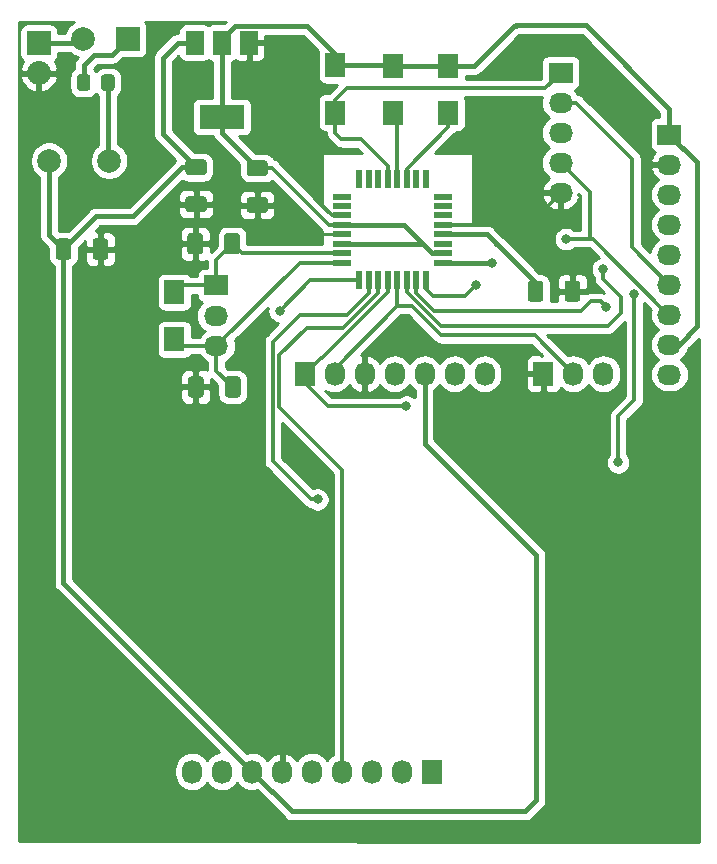
<source format=gtl>
G04 #@! TF.GenerationSoftware,KiCad,Pcbnew,5.99.0+really5.1.10+dfsg1-1*
G04 #@! TF.CreationDate,2022-06-24T16:38:05+05:30*
G04 #@! TF.ProjectId,AB1-4_display,4142312d-345f-4646-9973-706c61792e6b,rev?*
G04 #@! TF.SameCoordinates,Original*
G04 #@! TF.FileFunction,Copper,L1,Top*
G04 #@! TF.FilePolarity,Positive*
%FSLAX46Y46*%
G04 Gerber Fmt 4.6, Leading zero omitted, Abs format (unit mm)*
G04 Created by KiCad (PCBNEW 5.99.0+really5.1.10+dfsg1-1) date 2022-06-24 16:38:05*
%MOMM*%
%LPD*%
G01*
G04 APERTURE LIST*
G04 #@! TA.AperFunction,ComponentPad*
%ADD10R,2.032000X1.727200*%
G04 #@! TD*
G04 #@! TA.AperFunction,ComponentPad*
%ADD11O,2.032000X1.727200*%
G04 #@! TD*
G04 #@! TA.AperFunction,ComponentPad*
%ADD12C,1.998980*%
G04 #@! TD*
G04 #@! TA.AperFunction,ComponentPad*
%ADD13R,1.998980X1.998980*%
G04 #@! TD*
G04 #@! TA.AperFunction,ComponentPad*
%ADD14C,2.000000*%
G04 #@! TD*
G04 #@! TA.AperFunction,SMDPad,CuDef*
%ADD15R,1.500000X0.550000*%
G04 #@! TD*
G04 #@! TA.AperFunction,SMDPad,CuDef*
%ADD16R,0.550000X1.500000*%
G04 #@! TD*
G04 #@! TA.AperFunction,ComponentPad*
%ADD17R,2.032000X2.032000*%
G04 #@! TD*
G04 #@! TA.AperFunction,ComponentPad*
%ADD18O,2.032000X2.032000*%
G04 #@! TD*
G04 #@! TA.AperFunction,ComponentPad*
%ADD19O,1.727200X2.032000*%
G04 #@! TD*
G04 #@! TA.AperFunction,ComponentPad*
%ADD20R,1.727200X2.032000*%
G04 #@! TD*
G04 #@! TA.AperFunction,SMDPad,CuDef*
%ADD21R,1.700000X2.000000*%
G04 #@! TD*
G04 #@! TA.AperFunction,SMDPad,CuDef*
%ADD22R,3.800000X2.000000*%
G04 #@! TD*
G04 #@! TA.AperFunction,SMDPad,CuDef*
%ADD23R,1.500000X2.000000*%
G04 #@! TD*
G04 #@! TA.AperFunction,ViaPad*
%ADD24C,0.800000*%
G04 #@! TD*
G04 #@! TA.AperFunction,Conductor*
%ADD25C,0.300000*%
G04 #@! TD*
G04 #@! TA.AperFunction,Conductor*
%ADD26C,0.250000*%
G04 #@! TD*
G04 #@! TA.AperFunction,Conductor*
%ADD27C,0.400000*%
G04 #@! TD*
G04 #@! TA.AperFunction,Conductor*
%ADD28C,0.254000*%
G04 #@! TD*
G04 #@! TA.AperFunction,Conductor*
%ADD29C,0.100000*%
G04 #@! TD*
G04 APERTURE END LIST*
D10*
G04 #@! TO.P,Y1,1*
G04 #@! TO.N,/XTAL1*
X32740600Y-37388800D03*
D11*
G04 #@! TO.P,Y1,2*
G04 #@! TO.N,/XTAL2*
X32760600Y-42518800D03*
G04 #@! TO.P,Y1,3*
G04 #@! TO.N,N/C*
X32690600Y-39988800D03*
G04 #@! TD*
G04 #@! TO.P,C1,2*
G04 #@! TO.N,/GND*
G04 #@! TA.AperFunction,SMDPad,CuDef*
G36*
G01*
X62238460Y-38544261D02*
X62238460Y-37244259D01*
G75*
G02*
X62488459Y-36994260I249999J0D01*
G01*
X63313461Y-36994260D01*
G75*
G02*
X63563460Y-37244259I0J-249999D01*
G01*
X63563460Y-38544261D01*
G75*
G02*
X63313461Y-38794260I-249999J0D01*
G01*
X62488459Y-38794260D01*
G75*
G02*
X62238460Y-38544261I0J249999D01*
G01*
G37*
G04 #@! TD.AperFunction*
G04 #@! TO.P,C1,1*
G04 #@! TO.N,Net-(C1-Pad1)*
G04 #@! TA.AperFunction,SMDPad,CuDef*
G36*
G01*
X59113460Y-38544261D02*
X59113460Y-37244259D01*
G75*
G02*
X59363459Y-36994260I249999J0D01*
G01*
X60188461Y-36994260D01*
G75*
G02*
X60438460Y-37244259I0J-249999D01*
G01*
X60438460Y-38544261D01*
G75*
G02*
X60188461Y-38794260I-249999J0D01*
G01*
X59363459Y-38794260D01*
G75*
G02*
X59113460Y-38544261I0J249999D01*
G01*
G37*
G04 #@! TD.AperFunction*
G04 #@! TD*
G04 #@! TO.P,C2,1*
G04 #@! TO.N,/VCC5*
G04 #@! TA.AperFunction,SMDPad,CuDef*
G36*
G01*
X19149100Y-34978101D02*
X19149100Y-33678099D01*
G75*
G02*
X19399099Y-33428100I249999J0D01*
G01*
X20224101Y-33428100D01*
G75*
G02*
X20474100Y-33678099I0J-249999D01*
G01*
X20474100Y-34978101D01*
G75*
G02*
X20224101Y-35228100I-249999J0D01*
G01*
X19399099Y-35228100D01*
G75*
G02*
X19149100Y-34978101I0J249999D01*
G01*
G37*
G04 #@! TD.AperFunction*
G04 #@! TO.P,C2,2*
G04 #@! TO.N,/GND*
G04 #@! TA.AperFunction,SMDPad,CuDef*
G36*
G01*
X22274100Y-34978101D02*
X22274100Y-33678099D01*
G75*
G02*
X22524099Y-33428100I249999J0D01*
G01*
X23349101Y-33428100D01*
G75*
G02*
X23599100Y-33678099I0J-249999D01*
G01*
X23599100Y-34978101D01*
G75*
G02*
X23349101Y-35228100I-249999J0D01*
G01*
X22524099Y-35228100D01*
G75*
G02*
X22274100Y-34978101I0J249999D01*
G01*
G37*
G04 #@! TD.AperFunction*
G04 #@! TD*
G04 #@! TO.P,C3,2*
G04 #@! TO.N,/GND*
G04 #@! TA.AperFunction,SMDPad,CuDef*
G36*
G01*
X30388799Y-29856000D02*
X31688801Y-29856000D01*
G75*
G02*
X31938800Y-30105999I0J-249999D01*
G01*
X31938800Y-30931001D01*
G75*
G02*
X31688801Y-31181000I-249999J0D01*
G01*
X30388799Y-31181000D01*
G75*
G02*
X30138800Y-30931001I0J249999D01*
G01*
X30138800Y-30105999D01*
G75*
G02*
X30388799Y-29856000I249999J0D01*
G01*
G37*
G04 #@! TD.AperFunction*
G04 #@! TO.P,C3,1*
G04 #@! TO.N,/VCC5*
G04 #@! TA.AperFunction,SMDPad,CuDef*
G36*
G01*
X30388799Y-26731000D02*
X31688801Y-26731000D01*
G75*
G02*
X31938800Y-26980999I0J-249999D01*
G01*
X31938800Y-27806001D01*
G75*
G02*
X31688801Y-28056000I-249999J0D01*
G01*
X30388799Y-28056000D01*
G75*
G02*
X30138800Y-27806001I0J249999D01*
G01*
X30138800Y-26980999D01*
G75*
G02*
X30388799Y-26731000I249999J0D01*
G01*
G37*
G04 #@! TD.AperFunction*
G04 #@! TD*
G04 #@! TO.P,C4,1*
G04 #@! TO.N,/VCC3v3*
G04 #@! TA.AperFunction,SMDPad,CuDef*
G36*
G01*
X35557699Y-26807200D02*
X36857701Y-26807200D01*
G75*
G02*
X37107700Y-27057199I0J-249999D01*
G01*
X37107700Y-27882201D01*
G75*
G02*
X36857701Y-28132200I-249999J0D01*
G01*
X35557699Y-28132200D01*
G75*
G02*
X35307700Y-27882201I0J249999D01*
G01*
X35307700Y-27057199D01*
G75*
G02*
X35557699Y-26807200I249999J0D01*
G01*
G37*
G04 #@! TD.AperFunction*
G04 #@! TO.P,C4,2*
G04 #@! TO.N,/GND*
G04 #@! TA.AperFunction,SMDPad,CuDef*
G36*
G01*
X35557699Y-29932200D02*
X36857701Y-29932200D01*
G75*
G02*
X37107700Y-30182199I0J-249999D01*
G01*
X37107700Y-31007201D01*
G75*
G02*
X36857701Y-31257200I-249999J0D01*
G01*
X35557699Y-31257200D01*
G75*
G02*
X35307700Y-31007201I0J249999D01*
G01*
X35307700Y-30182199D01*
G75*
G02*
X35557699Y-29932200I249999J0D01*
G01*
G37*
G04 #@! TD.AperFunction*
G04 #@! TD*
G04 #@! TO.P,C6,1*
G04 #@! TO.N,/XTAL1*
G04 #@! TA.AperFunction,SMDPad,CuDef*
G36*
G01*
X34749700Y-33220899D02*
X34749700Y-34520901D01*
G75*
G02*
X34499701Y-34770900I-249999J0D01*
G01*
X33674699Y-34770900D01*
G75*
G02*
X33424700Y-34520901I0J249999D01*
G01*
X33424700Y-33220899D01*
G75*
G02*
X33674699Y-32970900I249999J0D01*
G01*
X34499701Y-32970900D01*
G75*
G02*
X34749700Y-33220899I0J-249999D01*
G01*
G37*
G04 #@! TD.AperFunction*
G04 #@! TO.P,C6,2*
G04 #@! TO.N,/GND*
G04 #@! TA.AperFunction,SMDPad,CuDef*
G36*
G01*
X31624700Y-33220899D02*
X31624700Y-34520901D01*
G75*
G02*
X31374701Y-34770900I-249999J0D01*
G01*
X30549699Y-34770900D01*
G75*
G02*
X30299700Y-34520901I0J249999D01*
G01*
X30299700Y-33220899D01*
G75*
G02*
X30549699Y-32970900I249999J0D01*
G01*
X31374701Y-32970900D01*
G75*
G02*
X31624700Y-33220899I0J-249999D01*
G01*
G37*
G04 #@! TD.AperFunction*
G04 #@! TD*
G04 #@! TO.P,C7,2*
G04 #@! TO.N,/GND*
G04 #@! TA.AperFunction,SMDPad,CuDef*
G36*
G01*
X31675500Y-45349399D02*
X31675500Y-46649401D01*
G75*
G02*
X31425501Y-46899400I-249999J0D01*
G01*
X30600499Y-46899400D01*
G75*
G02*
X30350500Y-46649401I0J249999D01*
G01*
X30350500Y-45349399D01*
G75*
G02*
X30600499Y-45099400I249999J0D01*
G01*
X31425501Y-45099400D01*
G75*
G02*
X31675500Y-45349399I0J-249999D01*
G01*
G37*
G04 #@! TD.AperFunction*
G04 #@! TO.P,C7,1*
G04 #@! TO.N,/XTAL2*
G04 #@! TA.AperFunction,SMDPad,CuDef*
G36*
G01*
X34800500Y-45349399D02*
X34800500Y-46649401D01*
G75*
G02*
X34550501Y-46899400I-249999J0D01*
G01*
X33725499Y-46899400D01*
G75*
G02*
X33475500Y-46649401I0J249999D01*
G01*
X33475500Y-45349399D01*
G75*
G02*
X33725499Y-45099400I249999J0D01*
G01*
X34550501Y-45099400D01*
G75*
G02*
X34800500Y-45349399I0J-249999D01*
G01*
G37*
G04 #@! TD.AperFunction*
G04 #@! TD*
D12*
G04 #@! TO.P,D1,2*
G04 #@! TO.N,/VCC_raw*
X21475700Y-16522700D03*
D13*
G04 #@! TO.P,D1,1*
G04 #@! TO.N,Net-(D1-Pad1)*
X25285700Y-16522700D03*
G04 #@! TD*
G04 #@! TO.P,F1,1*
G04 #@! TO.N,Net-(D1-Pad1)*
G04 #@! TA.AperFunction,SMDPad,CuDef*
G36*
G01*
X20942500Y-20681101D02*
X20942500Y-19781099D01*
G75*
G02*
X21192499Y-19531100I249999J0D01*
G01*
X21842501Y-19531100D01*
G75*
G02*
X22092500Y-19781099I0J-249999D01*
G01*
X22092500Y-20681101D01*
G75*
G02*
X21842501Y-20931100I-249999J0D01*
G01*
X21192499Y-20931100D01*
G75*
G02*
X20942500Y-20681101I0J249999D01*
G01*
G37*
G04 #@! TD.AperFunction*
G04 #@! TO.P,F1,2*
G04 #@! TO.N,Net-(F1-Pad2)*
G04 #@! TA.AperFunction,SMDPad,CuDef*
G36*
G01*
X22992500Y-20681101D02*
X22992500Y-19781099D01*
G75*
G02*
X23242499Y-19531100I249999J0D01*
G01*
X23892501Y-19531100D01*
G75*
G02*
X24142500Y-19781099I0J-249999D01*
G01*
X24142500Y-20681101D01*
G75*
G02*
X23892501Y-20931100I-249999J0D01*
G01*
X23242499Y-20931100D01*
G75*
G02*
X22992500Y-20681101I0J249999D01*
G01*
G37*
G04 #@! TD.AperFunction*
G04 #@! TD*
D14*
G04 #@! TO.P,FB1,2*
G04 #@! TO.N,Net-(F1-Pad2)*
X23672800Y-26847800D03*
G04 #@! TO.P,FB1,1*
G04 #@! TO.N,/VCC5*
X18592800Y-26847800D03*
G04 #@! TD*
D15*
G04 #@! TO.P,IC1,1*
G04 #@! TO.N,Net-(IC1-Pad1)*
X43363100Y-29877100D03*
G04 #@! TO.P,IC1,2*
G04 #@! TO.N,Net-(IC1-Pad2)*
X43363100Y-30677100D03*
G04 #@! TO.P,IC1,3*
G04 #@! TO.N,/GND*
X43363100Y-31477100D03*
G04 #@! TO.P,IC1,4*
G04 #@! TO.N,/VCC3v3*
X43363100Y-32277100D03*
G04 #@! TO.P,IC1,5*
G04 #@! TO.N,/GND*
X43363100Y-33077100D03*
G04 #@! TO.P,IC1,6*
G04 #@! TO.N,/VCC3v3*
X43363100Y-33877100D03*
G04 #@! TO.P,IC1,7*
G04 #@! TO.N,/XTAL1*
X43363100Y-34677100D03*
G04 #@! TO.P,IC1,8*
G04 #@! TO.N,/XTAL2*
X43363100Y-35477100D03*
D16*
G04 #@! TO.P,IC1,9*
G04 #@! TO.N,/D5*
X44863100Y-36977100D03*
G04 #@! TO.P,IC1,10*
G04 #@! TO.N,/D6*
X45663100Y-36977100D03*
G04 #@! TO.P,IC1,11*
G04 #@! TO.N,/D7/CO2_O*
X46463100Y-36977100D03*
G04 #@! TO.P,IC1,12*
G04 #@! TO.N,/RX2*
X47263100Y-36977100D03*
G04 #@! TO.P,IC1,13*
G04 #@! TO.N,/TX2*
X48063100Y-36977100D03*
G04 #@! TO.P,IC1,14*
G04 #@! TO.N,/D10*
X48863100Y-36977100D03*
G04 #@! TO.P,IC1,15*
G04 #@! TO.N,/D11*
X49663100Y-36977100D03*
G04 #@! TO.P,IC1,16*
G04 #@! TO.N,/D12*
X50463100Y-36977100D03*
D15*
G04 #@! TO.P,IC1,17*
G04 #@! TO.N,/D13*
X51963100Y-35477100D03*
G04 #@! TO.P,IC1,18*
G04 #@! TO.N,/VCC3v3*
X51963100Y-34677100D03*
G04 #@! TO.P,IC1,19*
G04 #@! TO.N,Net-(IC1-Pad19)*
X51963100Y-33877100D03*
G04 #@! TO.P,IC1,20*
G04 #@! TO.N,Net-(C1-Pad1)*
X51963100Y-33077100D03*
G04 #@! TO.P,IC1,21*
G04 #@! TO.N,/GND*
X51963100Y-32277100D03*
G04 #@! TO.P,IC1,22*
G04 #@! TO.N,Net-(IC1-Pad22)*
X51963100Y-31477100D03*
G04 #@! TO.P,IC1,23*
G04 #@! TO.N,Net-(IC1-Pad23)*
X51963100Y-30677100D03*
G04 #@! TO.P,IC1,24*
G04 #@! TO.N,Net-(IC1-Pad24)*
X51963100Y-29877100D03*
D16*
G04 #@! TO.P,IC1,25*
G04 #@! TO.N,/A2/CTL*
X50463100Y-28377100D03*
G04 #@! TO.P,IC1,26*
G04 #@! TO.N,Net-(IC1-Pad26)*
X49663100Y-28377100D03*
G04 #@! TO.P,IC1,27*
G04 #@! TO.N,/A4/SDA*
X48863100Y-28377100D03*
G04 #@! TO.P,IC1,28*
G04 #@! TO.N,/A5/SCL*
X48063100Y-28377100D03*
G04 #@! TO.P,IC1,29*
G04 #@! TO.N,/RST*
X47263100Y-28377100D03*
G04 #@! TO.P,IC1,30*
G04 #@! TO.N,/RXA*
X46463100Y-28377100D03*
G04 #@! TO.P,IC1,31*
G04 #@! TO.N,Net-(IC1-Pad31)*
X45663100Y-28377100D03*
G04 #@! TO.P,IC1,32*
G04 #@! TO.N,/D2/INT*
X44863100Y-28377100D03*
G04 #@! TD*
D17*
G04 #@! TO.P,P1,1*
G04 #@! TO.N,/VCC_raw*
X17729200Y-16878300D03*
D18*
G04 #@! TO.P,P1,2*
G04 #@! TO.N,/GND*
X17729200Y-19418300D03*
G04 #@! TD*
D19*
G04 #@! TO.P,P6,3*
G04 #@! TO.N,/RX2*
X65514220Y-44889420D03*
G04 #@! TO.P,P6,2*
G04 #@! TO.N,/TX2*
X62974220Y-44889420D03*
D20*
G04 #@! TO.P,P6,1*
G04 #@! TO.N,/GND*
X60434220Y-44889420D03*
G04 #@! TD*
G04 #@! TO.P,P10,1*
G04 #@! TO.N,/RX2*
X40220900Y-44894500D03*
D19*
G04 #@! TO.P,P10,2*
G04 #@! TO.N,/TX2*
X42760900Y-44894500D03*
G04 #@! TO.P,P10,3*
G04 #@! TO.N,/GND*
X45300900Y-44894500D03*
G04 #@! TO.P,P10,4*
G04 #@! TO.N,Net-(P10-Pad4)*
X47840900Y-44894500D03*
G04 #@! TO.P,P10,5*
G04 #@! TO.N,/VCC5*
X50380900Y-44894500D03*
G04 #@! TO.P,P10,6*
G04 #@! TO.N,Net-(P10-Pad6)*
X52920900Y-44894500D03*
G04 #@! TO.P,P10,7*
G04 #@! TO.N,/A2/CTL*
X55460900Y-44894500D03*
G04 #@! TD*
D10*
G04 #@! TO.P,P12,1*
G04 #@! TO.N,/RST*
X61902340Y-19400520D03*
D11*
G04 #@! TO.P,P12,2*
G04 #@! TO.N,/D11*
X61902340Y-21940520D03*
G04 #@! TO.P,P12,3*
G04 #@! TO.N,/D12*
X61902340Y-24480520D03*
G04 #@! TO.P,P12,4*
G04 #@! TO.N,/D13*
X61902340Y-27020520D03*
G04 #@! TO.P,P12,5*
G04 #@! TO.N,/GND*
X61902340Y-29560520D03*
G04 #@! TD*
D20*
G04 #@! TO.P,P15,1*
G04 #@! TO.N,Net-(P15-Pad1)*
X51015900Y-78562200D03*
D19*
G04 #@! TO.P,P15,2*
G04 #@! TO.N,Net-(P15-Pad2)*
X48475900Y-78562200D03*
G04 #@! TO.P,P15,3*
G04 #@! TO.N,Net-(P15-Pad3)*
X45935900Y-78562200D03*
G04 #@! TO.P,P15,4*
G04 #@! TO.N,/D7/CO2_O*
X43395900Y-78562200D03*
G04 #@! TO.P,P15,5*
G04 #@! TO.N,Net-(P15-Pad5)*
X40855900Y-78562200D03*
G04 #@! TO.P,P15,6*
G04 #@! TO.N,/GND*
X38315900Y-78562200D03*
G04 #@! TO.P,P15,7*
G04 #@! TO.N,/VCC5*
X35775900Y-78562200D03*
G04 #@! TO.P,P15,8*
G04 #@! TO.N,Net-(P15-Pad8)*
X33235900Y-78562200D03*
G04 #@! TO.P,P15,9*
G04 #@! TO.N,Net-(P15-Pad9)*
X30695900Y-78562200D03*
G04 #@! TD*
D21*
G04 #@! TO.P,R1,1*
G04 #@! TO.N,/XTAL2*
X29197300Y-41979600D03*
G04 #@! TO.P,R1,2*
G04 #@! TO.N,/XTAL1*
X29197300Y-37979600D03*
G04 #@! TD*
G04 #@! TO.P,R6,1*
G04 #@! TO.N,/A4/SDA*
X52374800Y-22815300D03*
G04 #@! TO.P,R6,2*
G04 #@! TO.N,/VCC3v3*
X52374800Y-18815300D03*
G04 #@! TD*
G04 #@! TO.P,R7,2*
G04 #@! TO.N,/VCC3v3*
X47675800Y-18815300D03*
G04 #@! TO.P,R7,1*
G04 #@! TO.N,/A5/SCL*
X47675800Y-22815300D03*
G04 #@! TD*
G04 #@! TO.P,R8,2*
G04 #@! TO.N,/VCC3v3*
X42824400Y-18764500D03*
G04 #@! TO.P,R8,1*
G04 #@! TO.N,/RST*
X42824400Y-22764500D03*
G04 #@! TD*
D22*
G04 #@! TO.P,U1,2*
G04 #@! TO.N,/VCC3v3*
X33223200Y-23152500D03*
D23*
X33223200Y-16852500D03*
G04 #@! TO.P,U1,3*
G04 #@! TO.N,/VCC5*
X30923200Y-16852500D03*
G04 #@! TO.P,U1,1*
G04 #@! TO.N,/GND*
X35523200Y-16852500D03*
G04 #@! TD*
D11*
G04 #@! TO.P,U2,9*
G04 #@! TO.N,/D12*
X71107300Y-44945300D03*
G04 #@! TO.P,U2,8*
G04 #@! TO.N,/VCC3v3*
X71107300Y-42405300D03*
G04 #@! TO.P,U2,7*
G04 #@! TO.N,/D13*
X71107300Y-39865300D03*
G04 #@! TO.P,U2,6*
G04 #@! TO.N,/D11*
X71107300Y-37325300D03*
G04 #@! TO.P,U2,5*
G04 #@! TO.N,/D5*
X71107300Y-34785300D03*
G04 #@! TO.P,U2,4*
G04 #@! TO.N,/D6*
X71107300Y-32245300D03*
G04 #@! TO.P,U2,3*
G04 #@! TO.N,/D10*
X71107300Y-29705300D03*
G04 #@! TO.P,U2,2*
G04 #@! TO.N,/GND*
X71107300Y-27165300D03*
D10*
G04 #@! TO.P,U2,1*
G04 #@! TO.N,/VCC3v3*
X71107300Y-24625300D03*
G04 #@! TD*
D24*
G04 #@! TO.N,/GND*
X40952420Y-26431240D03*
X63654940Y-34843720D03*
X39702740Y-32979360D03*
G04 #@! TO.N,/D5*
X38112700Y-39547800D03*
G04 #@! TO.N,/D6*
X41328340Y-55526940D03*
X66776600Y-52384960D03*
X68148200Y-38092380D03*
G04 #@! TO.N,/RX2*
X48846740Y-47650400D03*
G04 #@! TO.N,/D10*
X65488820Y-36019740D03*
G04 #@! TO.N,/D11*
X65763140Y-39217600D03*
G04 #@! TO.N,/D12*
X54759860Y-37381180D03*
G04 #@! TO.N,/D13*
X56067040Y-35477100D03*
X62354460Y-33489900D03*
G04 #@! TD*
D25*
G04 #@! TO.N,/GND*
X42508098Y-31477100D02*
X41112440Y-30081442D01*
X43363100Y-31477100D02*
X42508098Y-31477100D01*
X41112440Y-30081442D02*
X41112440Y-28145740D01*
X59185760Y-32277100D02*
X61902340Y-29560520D01*
X51963100Y-32277100D02*
X59185760Y-32277100D01*
D26*
X43363100Y-33077100D02*
X39800480Y-33077100D01*
X39800480Y-33077100D02*
X39702740Y-32979360D01*
X39702740Y-32979360D02*
X39702740Y-32979360D01*
D27*
G04 #@! TO.N,Net-(C1-Pad1)*
X56466740Y-33901380D02*
X56466740Y-33901380D01*
X55642460Y-33077100D02*
X51963100Y-33077100D01*
X59775960Y-37210600D02*
X55642460Y-33077100D01*
X59775960Y-37894260D02*
X59775960Y-37210600D01*
G04 #@! TO.N,/VCC5*
X18592800Y-33109300D02*
X19811600Y-34328100D01*
X18592800Y-26847800D02*
X18592800Y-33109300D01*
X19811600Y-34328100D02*
X22580200Y-31559500D01*
X22580200Y-31559500D02*
X25679400Y-31559500D01*
X29845400Y-27393500D02*
X31038800Y-27393500D01*
X25679400Y-31559500D02*
X29845400Y-27393500D01*
X30923200Y-16852500D02*
X29489800Y-16852500D01*
X29489800Y-16852500D02*
X28232100Y-18110200D01*
X28232100Y-24586800D02*
X31038800Y-27393500D01*
X28232100Y-18110200D02*
X28232100Y-24586800D01*
X19811600Y-62597900D02*
X35775900Y-78562200D01*
X19811600Y-34328100D02*
X19811600Y-62597900D01*
X35775900Y-78562200D02*
X39146480Y-81932780D01*
X39146480Y-81932780D02*
X58912760Y-81932780D01*
X58912760Y-81932780D02*
X59852560Y-80992980D01*
X59852560Y-80992980D02*
X59852560Y-60258960D01*
X50380900Y-50787300D02*
X50380900Y-44894500D01*
X59852560Y-60258960D02*
X50380900Y-50787300D01*
G04 #@! TO.N,/VCC3v3*
X33223200Y-16852500D02*
X33223200Y-23152500D01*
X33223200Y-24485200D02*
X36207700Y-27469700D01*
X33223200Y-23152500D02*
X33223200Y-24485200D01*
D26*
X33223200Y-16852500D02*
X33236300Y-16852500D01*
D27*
X34373201Y-15452499D02*
X40430859Y-15452499D01*
X33223200Y-16602500D02*
X34373201Y-15452499D01*
X33223200Y-16852500D02*
X33223200Y-16602500D01*
X42824400Y-17846040D02*
X42824400Y-18764500D01*
X40430859Y-15452499D02*
X42824400Y-17846040D01*
X47625000Y-18764500D02*
X47675800Y-18815300D01*
X42824400Y-18764500D02*
X47625000Y-18764500D01*
X47675800Y-18815300D02*
X52374800Y-18815300D01*
X52374800Y-18815300D02*
X54588160Y-18815300D01*
X54588160Y-18815300D02*
X57985660Y-15417800D01*
X58115200Y-15417800D02*
X58160920Y-15372080D01*
X57985660Y-15417800D02*
X58115200Y-15417800D01*
X58160920Y-15372080D02*
X64018160Y-15372080D01*
X71107300Y-22461220D02*
X71107300Y-24625300D01*
X64018160Y-15372080D02*
X71107300Y-22461220D01*
D25*
X37505700Y-27469700D02*
X36207700Y-27469700D01*
X42313100Y-32277100D02*
X37505700Y-27469700D01*
X43363100Y-32277100D02*
X42313100Y-32277100D01*
D27*
X51018098Y-34677100D02*
X51963100Y-34677100D01*
X50218098Y-33877100D02*
X51018098Y-34677100D01*
X43363100Y-33877100D02*
X50218098Y-33877100D01*
X48618098Y-32277100D02*
X50218098Y-33877100D01*
X43363100Y-32277100D02*
X48618098Y-32277100D01*
X71107300Y-42405300D02*
X71935340Y-42405300D01*
X71935340Y-42405300D02*
X73474580Y-40866060D01*
X73474580Y-26992580D02*
X71107300Y-24625300D01*
X73474580Y-40866060D02*
X73474580Y-26992580D01*
D25*
G04 #@! TO.N,/XTAL1*
X34893400Y-34677100D02*
X34087200Y-33870900D01*
X43363100Y-34677100D02*
X34893400Y-34677100D01*
X32740600Y-35217500D02*
X34087200Y-33870900D01*
X32740600Y-37388800D02*
X32740600Y-35217500D01*
X29788100Y-37388800D02*
X29197300Y-37979600D01*
X32740600Y-37388800D02*
X29788100Y-37388800D01*
G04 #@! TO.N,/XTAL2*
X39802300Y-35477100D02*
X32760600Y-42518800D01*
X43363100Y-35477100D02*
X39802300Y-35477100D01*
X29736500Y-42518800D02*
X29197300Y-41979600D01*
X32760600Y-42518800D02*
X29736500Y-42518800D01*
X32760600Y-44622000D02*
X34138000Y-45999400D01*
X32760600Y-42518800D02*
X32760600Y-44622000D01*
D27*
G04 #@! TO.N,/VCC_raw*
X21120100Y-16878300D02*
X21475700Y-16522700D01*
X17729200Y-16878300D02*
X21120100Y-16878300D01*
G04 #@! TO.N,Net-(D1-Pad1)*
X23886209Y-17922191D02*
X22362209Y-17922191D01*
X25285700Y-16522700D02*
X23886209Y-17922191D01*
X21517500Y-18766900D02*
X21517500Y-20231100D01*
X22362209Y-17922191D02*
X21517500Y-18766900D01*
G04 #@! TO.N,Net-(F1-Pad2)*
X23567500Y-26742500D02*
X23672800Y-26847800D01*
X23567500Y-20231100D02*
X23567500Y-26742500D01*
D25*
G04 #@! TO.N,/D5*
X40683400Y-36977100D02*
X44863100Y-36977100D01*
X38112700Y-39547800D02*
X40683400Y-36977100D01*
G04 #@! TO.N,/D6*
X45663100Y-38027100D02*
X43786800Y-39903400D01*
X45663100Y-36977100D02*
X45663100Y-38027100D01*
X43786800Y-39903400D02*
X39794180Y-39903400D01*
X37539030Y-42158550D02*
X37539030Y-52306590D01*
X39794180Y-39903400D02*
X37539030Y-42158550D01*
X37539030Y-52306590D02*
X40759380Y-55526940D01*
X40759380Y-55526940D02*
X41328340Y-55526940D01*
X41328340Y-55526940D02*
X41328340Y-55526940D01*
X41328340Y-55526940D02*
X41328340Y-55526940D01*
X66776600Y-52384960D02*
X66776600Y-48483520D01*
X68148200Y-47111920D02*
X66776600Y-48483520D01*
X68148200Y-38092380D02*
X68148200Y-47111920D01*
G04 #@! TO.N,/D7/CO2_O*
X38039040Y-47680880D02*
X43395900Y-53037740D01*
X38039040Y-43329860D02*
X38039040Y-47680880D01*
X40388540Y-40980360D02*
X38039040Y-43329860D01*
X43509840Y-40980360D02*
X40388540Y-40980360D01*
X43395900Y-53037740D02*
X43395900Y-78562200D01*
X46463100Y-38027100D02*
X43509840Y-40980360D01*
X46463100Y-36977100D02*
X46463100Y-38027100D01*
G04 #@! TO.N,/RX2*
X47263100Y-37934220D02*
X47263100Y-36977100D01*
X41586910Y-43528490D02*
X41668830Y-43528490D01*
X41668830Y-43528490D02*
X47263100Y-37934220D01*
X40220900Y-44894500D02*
X41586910Y-43528490D01*
X40220900Y-44894500D02*
X40220900Y-45674280D01*
X40220900Y-45674280D02*
X42197020Y-47650400D01*
X42197020Y-47650400D02*
X48846740Y-47650400D01*
X48846740Y-47650400D02*
X48846740Y-47650400D01*
G04 #@! TO.N,/TX2*
X42760900Y-44894500D02*
X42760900Y-44455080D01*
X48063100Y-39152880D02*
X48063100Y-36977100D01*
X42760900Y-44455080D02*
X48063100Y-39152880D01*
X49281760Y-39152880D02*
X51754400Y-41625520D01*
X48063100Y-39152880D02*
X49281760Y-39152880D01*
X59710320Y-41625520D02*
X62974220Y-44889420D01*
X51754400Y-41625520D02*
X59710320Y-41625520D01*
G04 #@! TO.N,/D10*
X48863100Y-37934220D02*
X51739060Y-40810180D01*
X48863100Y-36977100D02*
X48863100Y-37934220D01*
X51739060Y-40810180D02*
X65946020Y-40810180D01*
X65946020Y-40810180D02*
X67056000Y-39700200D01*
X67056000Y-39700200D02*
X67056000Y-38402260D01*
X67056000Y-38402260D02*
X65488820Y-36835080D01*
X65488820Y-36835080D02*
X65488820Y-36019740D01*
X65488820Y-36019740D02*
X65488820Y-36019740D01*
G04 #@! TO.N,/D11*
X65763140Y-39217600D02*
X65763140Y-39217600D01*
X63662560Y-39535100D02*
X51171100Y-39535100D01*
X51171100Y-39535100D02*
X49663100Y-38027100D01*
X64437260Y-38760400D02*
X63662560Y-39535100D01*
X49663100Y-38027100D02*
X49663100Y-36977100D01*
X65305940Y-38760400D02*
X64437260Y-38760400D01*
X65763140Y-39217600D02*
X65305940Y-38760400D01*
X63218340Y-21940520D02*
X67972940Y-26695120D01*
X61902340Y-21940520D02*
X63218340Y-21940520D01*
X67972940Y-34190940D02*
X71107300Y-37325300D01*
X67972940Y-26695120D02*
X67972940Y-34190940D01*
G04 #@! TO.N,/D12*
X50463100Y-37687600D02*
X51081240Y-38305740D01*
X50463100Y-36977100D02*
X50463100Y-37687600D01*
X51081240Y-38305740D02*
X53835300Y-38305740D01*
X53835300Y-38305740D02*
X54759860Y-37381180D01*
X54759860Y-37381180D02*
X54759860Y-37381180D01*
D27*
G04 #@! TO.N,/D13*
X51963100Y-35477100D02*
X56067040Y-35477100D01*
X56067040Y-35477100D02*
X56067040Y-35477100D01*
D25*
X62354460Y-33489900D02*
X64655722Y-33489900D01*
X71031122Y-39865300D02*
X64655722Y-33489900D01*
X71107300Y-39865300D02*
X71031122Y-39865300D01*
X64655722Y-33489900D02*
X64355980Y-33489900D01*
X64355980Y-29474160D02*
X61902340Y-27020520D01*
X64355980Y-33489900D02*
X64355980Y-29474160D01*
G04 #@! TO.N,/A4/SDA*
X48863100Y-27527400D02*
X48863100Y-28377100D01*
X52374800Y-24015700D02*
X48863100Y-27527400D01*
X52374800Y-22815300D02*
X52374800Y-24015700D01*
G04 #@! TO.N,/A5/SCL*
X48063100Y-23202600D02*
X47675800Y-22815300D01*
X48063100Y-28377100D02*
X48063100Y-23202600D01*
G04 #@! TO.N,/RST*
X47263100Y-27327100D02*
X44967700Y-25031700D01*
X47263100Y-28377100D02*
X47263100Y-27327100D01*
X44967700Y-25031700D02*
X43345100Y-25031700D01*
X42824400Y-24511000D02*
X42824400Y-22764500D01*
X43345100Y-25031700D02*
X42824400Y-24511000D01*
X42824400Y-22764500D02*
X42824400Y-21691600D01*
X42824400Y-21691600D02*
X43822620Y-20693380D01*
X60609480Y-20693380D02*
X61902340Y-19400520D01*
X43822620Y-20693380D02*
X60609480Y-20693380D01*
G04 #@! TD*
D28*
G04 #@! TO.N,/GND*
X33430404Y-15214428D02*
X32473200Y-15214428D01*
X32348718Y-15226688D01*
X32229020Y-15262998D01*
X32118706Y-15321963D01*
X32073200Y-15359309D01*
X32027694Y-15321963D01*
X31917380Y-15262998D01*
X31797682Y-15226688D01*
X31673200Y-15214428D01*
X30173200Y-15214428D01*
X30048718Y-15226688D01*
X29929020Y-15262998D01*
X29818706Y-15321963D01*
X29722015Y-15401315D01*
X29642663Y-15498006D01*
X29583698Y-15608320D01*
X29547388Y-15728018D01*
X29535128Y-15852500D01*
X29535128Y-16017500D01*
X29530807Y-16017500D01*
X29489799Y-16013461D01*
X29448791Y-16017500D01*
X29448781Y-16017500D01*
X29326111Y-16029582D01*
X29168713Y-16077328D01*
X29023654Y-16154864D01*
X28896509Y-16259209D01*
X28870358Y-16291074D01*
X27670679Y-17490754D01*
X27638809Y-17516909D01*
X27547909Y-17627672D01*
X27534464Y-17644055D01*
X27456928Y-17789114D01*
X27409182Y-17946512D01*
X27393060Y-18110200D01*
X27397100Y-18151219D01*
X27397101Y-24545772D01*
X27393060Y-24586800D01*
X27409182Y-24750488D01*
X27456928Y-24907886D01*
X27526910Y-25038812D01*
X27534465Y-25052946D01*
X27638810Y-25180091D01*
X27670674Y-25206241D01*
X29258992Y-26794560D01*
X29252109Y-26800209D01*
X29225963Y-26832068D01*
X25333533Y-30724500D01*
X22621218Y-30724500D01*
X22580200Y-30720460D01*
X22539182Y-30724500D01*
X22539181Y-30724500D01*
X22416511Y-30736582D01*
X22259113Y-30784328D01*
X22114054Y-30861864D01*
X21986909Y-30966209D01*
X21960763Y-30998068D01*
X20168804Y-32790028D01*
X19454395Y-32790028D01*
X19427800Y-32763433D01*
X19427800Y-28256268D01*
X19635052Y-28117787D01*
X19862787Y-27890052D01*
X20041718Y-27622263D01*
X20164968Y-27324712D01*
X20227800Y-27008833D01*
X20227800Y-26686767D01*
X20164968Y-26370888D01*
X20041718Y-26073337D01*
X19862787Y-25805548D01*
X19635052Y-25577813D01*
X19367263Y-25398882D01*
X19069712Y-25275632D01*
X18753833Y-25212800D01*
X18431767Y-25212800D01*
X18115888Y-25275632D01*
X17818337Y-25398882D01*
X17550548Y-25577813D01*
X17322813Y-25805548D01*
X17143882Y-26073337D01*
X17020632Y-26370888D01*
X16957800Y-26686767D01*
X16957800Y-27008833D01*
X17020632Y-27324712D01*
X17143882Y-27622263D01*
X17322813Y-27890052D01*
X17550548Y-28117787D01*
X17757800Y-28256269D01*
X17757801Y-33068272D01*
X17753760Y-33109300D01*
X17769882Y-33272988D01*
X17817628Y-33430386D01*
X17884778Y-33556014D01*
X17895165Y-33575446D01*
X17999510Y-33702591D01*
X18031374Y-33728741D01*
X18511028Y-34208395D01*
X18511028Y-34978101D01*
X18528092Y-35151355D01*
X18578628Y-35317951D01*
X18660695Y-35471487D01*
X18771138Y-35606062D01*
X18905713Y-35716505D01*
X18976600Y-35754395D01*
X18976601Y-62556871D01*
X18972560Y-62597900D01*
X18988682Y-62761588D01*
X19036428Y-62918986D01*
X19036429Y-62918987D01*
X19113965Y-63064046D01*
X19218310Y-63191191D01*
X19250174Y-63217341D01*
X32963600Y-76930769D01*
X32942124Y-76932884D01*
X32659637Y-77018575D01*
X32399295Y-77157731D01*
X32171103Y-77345003D01*
X31983831Y-77573194D01*
X31965900Y-77606741D01*
X31947969Y-77573194D01*
X31760697Y-77345003D01*
X31532506Y-77157731D01*
X31272164Y-77018575D01*
X30989677Y-76932884D01*
X30695900Y-76903949D01*
X30402124Y-76932884D01*
X30119637Y-77018575D01*
X29859295Y-77157731D01*
X29631103Y-77345003D01*
X29443831Y-77573194D01*
X29304675Y-77833536D01*
X29218984Y-78116023D01*
X29197300Y-78336181D01*
X29197300Y-78788218D01*
X29218984Y-79008376D01*
X29304675Y-79290863D01*
X29443831Y-79551205D01*
X29631103Y-79779397D01*
X29859294Y-79966669D01*
X30119636Y-80105825D01*
X30402123Y-80191516D01*
X30695900Y-80220451D01*
X30989676Y-80191516D01*
X31272163Y-80105825D01*
X31532505Y-79966669D01*
X31760697Y-79779397D01*
X31947969Y-79551206D01*
X31965900Y-79517659D01*
X31983831Y-79551205D01*
X32171103Y-79779397D01*
X32399294Y-79966669D01*
X32659636Y-80105825D01*
X32942123Y-80191516D01*
X33235900Y-80220451D01*
X33529676Y-80191516D01*
X33812163Y-80105825D01*
X34072505Y-79966669D01*
X34300697Y-79779397D01*
X34487969Y-79551206D01*
X34505900Y-79517659D01*
X34523831Y-79551205D01*
X34711103Y-79779397D01*
X34939294Y-79966669D01*
X35199636Y-80105825D01*
X35482123Y-80191516D01*
X35775900Y-80220451D01*
X36069676Y-80191516D01*
X36188349Y-80155517D01*
X38527043Y-82494212D01*
X38553189Y-82526071D01*
X38585048Y-82552217D01*
X38585050Y-82552219D01*
X38680334Y-82630416D01*
X38825393Y-82707952D01*
X38982791Y-82755698D01*
X39146480Y-82771820D01*
X39187498Y-82767780D01*
X58871742Y-82767780D01*
X58912760Y-82771820D01*
X58953778Y-82767780D01*
X58953779Y-82767780D01*
X59076449Y-82755698D01*
X59233847Y-82707952D01*
X59378906Y-82630416D01*
X59506051Y-82526071D01*
X59532205Y-82494202D01*
X60413993Y-81612416D01*
X60445851Y-81586271D01*
X60550196Y-81459126D01*
X60627732Y-81314067D01*
X60675478Y-81156669D01*
X60687560Y-81033999D01*
X60687560Y-81033998D01*
X60691600Y-80992980D01*
X60687560Y-80951962D01*
X60687560Y-60299978D01*
X60691600Y-60258959D01*
X60675478Y-60095271D01*
X60627732Y-59937873D01*
X60550196Y-59792814D01*
X60445851Y-59665669D01*
X60413987Y-59639519D01*
X51215900Y-50441433D01*
X51215900Y-46299827D01*
X51217506Y-46298969D01*
X51445697Y-46111697D01*
X51632969Y-45883506D01*
X51650900Y-45849959D01*
X51668831Y-45883506D01*
X51856103Y-46111697D01*
X52084295Y-46298969D01*
X52344637Y-46438125D01*
X52627124Y-46523816D01*
X52920900Y-46552751D01*
X53214677Y-46523816D01*
X53497164Y-46438125D01*
X53757506Y-46298969D01*
X53985697Y-46111697D01*
X54172969Y-45883506D01*
X54190900Y-45849959D01*
X54208831Y-45883506D01*
X54396103Y-46111697D01*
X54624295Y-46298969D01*
X54884637Y-46438125D01*
X55167124Y-46523816D01*
X55460900Y-46552751D01*
X55754677Y-46523816D01*
X56037164Y-46438125D01*
X56297506Y-46298969D01*
X56525697Y-46111697D01*
X56694984Y-45905420D01*
X58932548Y-45905420D01*
X58944808Y-46029902D01*
X58981118Y-46149600D01*
X59040083Y-46259914D01*
X59119435Y-46356605D01*
X59216126Y-46435957D01*
X59326440Y-46494922D01*
X59446138Y-46531232D01*
X59570620Y-46543492D01*
X60148470Y-46540420D01*
X60307220Y-46381670D01*
X60307220Y-45016420D01*
X59094370Y-45016420D01*
X58935620Y-45175170D01*
X58932548Y-45905420D01*
X56694984Y-45905420D01*
X56712969Y-45883506D01*
X56852125Y-45623163D01*
X56937816Y-45340676D01*
X56959500Y-45120518D01*
X56959500Y-44668481D01*
X56937816Y-44448323D01*
X56852125Y-44165836D01*
X56712969Y-43905494D01*
X56525697Y-43677303D01*
X56297505Y-43490031D01*
X56037163Y-43350875D01*
X55754676Y-43265184D01*
X55460900Y-43236249D01*
X55167123Y-43265184D01*
X54884636Y-43350875D01*
X54624294Y-43490031D01*
X54396103Y-43677303D01*
X54208831Y-43905495D01*
X54190900Y-43939041D01*
X54172969Y-43905494D01*
X53985697Y-43677303D01*
X53757505Y-43490031D01*
X53497163Y-43350875D01*
X53214676Y-43265184D01*
X52920900Y-43236249D01*
X52627123Y-43265184D01*
X52344636Y-43350875D01*
X52084294Y-43490031D01*
X51856103Y-43677303D01*
X51668831Y-43905495D01*
X51650900Y-43939041D01*
X51632969Y-43905494D01*
X51445697Y-43677303D01*
X51217505Y-43490031D01*
X50957163Y-43350875D01*
X50674676Y-43265184D01*
X50380900Y-43236249D01*
X50087123Y-43265184D01*
X49804636Y-43350875D01*
X49544294Y-43490031D01*
X49316103Y-43677303D01*
X49128831Y-43905495D01*
X49110900Y-43939041D01*
X49092969Y-43905494D01*
X48905697Y-43677303D01*
X48677505Y-43490031D01*
X48417163Y-43350875D01*
X48134676Y-43265184D01*
X47840900Y-43236249D01*
X47547123Y-43265184D01*
X47264636Y-43350875D01*
X47004294Y-43490031D01*
X46776103Y-43677303D01*
X46588831Y-43905495D01*
X46567476Y-43945447D01*
X46419386Y-43742771D01*
X46202935Y-43543767D01*
X45951819Y-43390814D01*
X45675689Y-43289791D01*
X45659926Y-43287142D01*
X45427900Y-43408283D01*
X45427900Y-44767500D01*
X45447900Y-44767500D01*
X45447900Y-45021500D01*
X45427900Y-45021500D01*
X45427900Y-46380717D01*
X45659926Y-46501858D01*
X45675689Y-46499209D01*
X45951819Y-46398186D01*
X46202935Y-46245233D01*
X46419386Y-46046229D01*
X46567476Y-45843553D01*
X46588831Y-45883506D01*
X46776103Y-46111697D01*
X47004295Y-46298969D01*
X47264637Y-46438125D01*
X47547124Y-46523816D01*
X47840900Y-46552751D01*
X48134677Y-46523816D01*
X48417164Y-46438125D01*
X48677506Y-46298969D01*
X48905697Y-46111697D01*
X49092969Y-45883506D01*
X49110900Y-45849959D01*
X49128831Y-45883506D01*
X49316103Y-46111697D01*
X49544295Y-46298969D01*
X49545901Y-46299827D01*
X49545901Y-46885850D01*
X49506514Y-46846463D01*
X49336996Y-46733195D01*
X49148638Y-46655174D01*
X48948679Y-46615400D01*
X48744801Y-46615400D01*
X48544842Y-46655174D01*
X48356484Y-46733195D01*
X48186966Y-46846463D01*
X48168029Y-46865400D01*
X42522177Y-46865400D01*
X41991861Y-46335084D01*
X42184637Y-46438125D01*
X42467124Y-46523816D01*
X42760900Y-46552751D01*
X43054677Y-46523816D01*
X43337164Y-46438125D01*
X43597506Y-46298969D01*
X43825697Y-46111697D01*
X44012969Y-45883506D01*
X44034324Y-45843553D01*
X44182414Y-46046229D01*
X44398865Y-46245233D01*
X44649981Y-46398186D01*
X44926111Y-46499209D01*
X44941874Y-46501858D01*
X45173900Y-46380717D01*
X45173900Y-45021500D01*
X45153900Y-45021500D01*
X45153900Y-44767500D01*
X45173900Y-44767500D01*
X45173900Y-43408283D01*
X45005681Y-43320456D01*
X48388258Y-39937880D01*
X48956603Y-39937880D01*
X51172058Y-42153336D01*
X51196636Y-42183284D01*
X51226584Y-42207862D01*
X51226587Y-42207865D01*
X51247494Y-42225023D01*
X51316167Y-42281382D01*
X51452540Y-42354274D01*
X51600513Y-42399161D01*
X51715839Y-42410520D01*
X51715846Y-42410520D01*
X51754399Y-42414317D01*
X51792952Y-42410520D01*
X59385163Y-42410520D01*
X60307218Y-43332575D01*
X60307218Y-43397168D01*
X60148470Y-43238420D01*
X59570620Y-43235348D01*
X59446138Y-43247608D01*
X59326440Y-43283918D01*
X59216126Y-43342883D01*
X59119435Y-43422235D01*
X59040083Y-43518926D01*
X58981118Y-43629240D01*
X58944808Y-43748938D01*
X58932548Y-43873420D01*
X58935620Y-44603670D01*
X59094370Y-44762420D01*
X60307220Y-44762420D01*
X60307220Y-44742420D01*
X60561220Y-44742420D01*
X60561220Y-44762420D01*
X60581220Y-44762420D01*
X60581220Y-45016420D01*
X60561220Y-45016420D01*
X60561220Y-46381670D01*
X60719970Y-46540420D01*
X61297820Y-46543492D01*
X61422302Y-46531232D01*
X61542000Y-46494922D01*
X61652314Y-46435957D01*
X61749005Y-46356605D01*
X61828357Y-46259914D01*
X61887322Y-46149600D01*
X61902806Y-46098555D01*
X61909423Y-46106617D01*
X62137615Y-46293889D01*
X62397957Y-46433045D01*
X62680444Y-46518736D01*
X62974220Y-46547671D01*
X63267997Y-46518736D01*
X63550484Y-46433045D01*
X63810826Y-46293889D01*
X64039017Y-46106617D01*
X64226289Y-45878426D01*
X64244220Y-45844879D01*
X64262151Y-45878426D01*
X64449423Y-46106617D01*
X64677615Y-46293889D01*
X64937957Y-46433045D01*
X65220444Y-46518736D01*
X65514220Y-46547671D01*
X65807997Y-46518736D01*
X66090484Y-46433045D01*
X66350826Y-46293889D01*
X66579017Y-46106617D01*
X66766289Y-45878426D01*
X66905445Y-45618083D01*
X66991136Y-45335596D01*
X67012820Y-45115438D01*
X67012820Y-44663401D01*
X66991136Y-44443243D01*
X66905445Y-44160756D01*
X66766289Y-43900414D01*
X66579017Y-43672223D01*
X66350825Y-43484951D01*
X66090483Y-43345795D01*
X65807996Y-43260104D01*
X65514220Y-43231169D01*
X65220443Y-43260104D01*
X64937956Y-43345795D01*
X64677614Y-43484951D01*
X64449423Y-43672223D01*
X64262151Y-43900415D01*
X64244220Y-43933961D01*
X64226289Y-43900414D01*
X64039017Y-43672223D01*
X63810825Y-43484951D01*
X63550483Y-43345795D01*
X63267996Y-43260104D01*
X62974220Y-43231169D01*
X62680443Y-43260104D01*
X62507517Y-43312560D01*
X60790137Y-41595180D01*
X65907467Y-41595180D01*
X65946020Y-41598977D01*
X65984573Y-41595180D01*
X65984581Y-41595180D01*
X66099907Y-41583821D01*
X66247880Y-41538934D01*
X66384253Y-41466042D01*
X66503784Y-41367944D01*
X66528367Y-41337990D01*
X67363200Y-40503157D01*
X67363201Y-46786761D01*
X66248785Y-47901178D01*
X66218837Y-47925756D01*
X66194259Y-47955704D01*
X66194255Y-47955708D01*
X66172071Y-47982740D01*
X66120739Y-48045287D01*
X66081777Y-48118180D01*
X66047846Y-48181661D01*
X66002959Y-48329634D01*
X65987803Y-48483520D01*
X65991601Y-48522083D01*
X65991600Y-51706249D01*
X65972663Y-51725186D01*
X65859395Y-51894704D01*
X65781374Y-52083062D01*
X65741600Y-52283021D01*
X65741600Y-52486899D01*
X65781374Y-52686858D01*
X65859395Y-52875216D01*
X65972663Y-53044734D01*
X66116826Y-53188897D01*
X66286344Y-53302165D01*
X66474702Y-53380186D01*
X66674661Y-53419960D01*
X66878539Y-53419960D01*
X67078498Y-53380186D01*
X67266856Y-53302165D01*
X67436374Y-53188897D01*
X67580537Y-53044734D01*
X67693805Y-52875216D01*
X67771826Y-52686858D01*
X67811600Y-52486899D01*
X67811600Y-52283021D01*
X67771826Y-52083062D01*
X67693805Y-51894704D01*
X67580537Y-51725186D01*
X67561600Y-51706249D01*
X67561600Y-48808677D01*
X68676016Y-47694262D01*
X68705964Y-47669684D01*
X68804062Y-47550153D01*
X68876954Y-47413780D01*
X68921841Y-47265807D01*
X68933200Y-47150481D01*
X68933200Y-47150474D01*
X68936997Y-47111921D01*
X68933200Y-47073368D01*
X68933200Y-38877536D01*
X69512710Y-39457046D01*
X69477984Y-39571523D01*
X69449049Y-39865300D01*
X69477984Y-40159077D01*
X69563675Y-40441564D01*
X69702831Y-40701906D01*
X69890103Y-40930097D01*
X70118294Y-41117369D01*
X70151840Y-41135300D01*
X70118294Y-41153231D01*
X69890103Y-41340503D01*
X69702831Y-41568694D01*
X69563675Y-41829036D01*
X69477984Y-42111523D01*
X69449049Y-42405300D01*
X69477984Y-42699077D01*
X69563675Y-42981564D01*
X69702831Y-43241906D01*
X69890103Y-43470097D01*
X70118294Y-43657369D01*
X70151840Y-43675300D01*
X70118294Y-43693231D01*
X69890103Y-43880503D01*
X69702831Y-44108694D01*
X69563675Y-44369036D01*
X69477984Y-44651523D01*
X69449049Y-44945300D01*
X69477984Y-45239077D01*
X69563675Y-45521564D01*
X69702831Y-45781906D01*
X69890103Y-46010097D01*
X70118294Y-46197369D01*
X70378636Y-46336525D01*
X70661123Y-46422216D01*
X70881281Y-46443900D01*
X71333319Y-46443900D01*
X71553477Y-46422216D01*
X71835964Y-46336525D01*
X72096306Y-46197369D01*
X72324497Y-46010097D01*
X72511769Y-45781906D01*
X72650925Y-45521564D01*
X72736616Y-45239077D01*
X72765551Y-44945300D01*
X72736616Y-44651523D01*
X72650925Y-44369036D01*
X72511769Y-44108694D01*
X72324497Y-43880503D01*
X72096306Y-43693231D01*
X72062760Y-43675300D01*
X72096306Y-43657369D01*
X72324497Y-43470097D01*
X72511769Y-43241906D01*
X72650925Y-42981564D01*
X72699250Y-42822257D01*
X73581260Y-41940248D01*
X73581260Y-84518840D01*
X16033974Y-84484153D01*
X16010765Y-19801244D01*
X16123225Y-19801244D01*
X16181124Y-19992126D01*
X16322818Y-20283115D01*
X16518558Y-20540869D01*
X16760823Y-20755484D01*
X17040302Y-20918711D01*
X17346255Y-21024278D01*
X17602200Y-20905662D01*
X17602200Y-19545300D01*
X17856200Y-19545300D01*
X17856200Y-20905662D01*
X18112145Y-21024278D01*
X18418098Y-20918711D01*
X18697577Y-20755484D01*
X18939842Y-20540869D01*
X19135582Y-20283115D01*
X19277276Y-19992126D01*
X19335175Y-19801244D01*
X19216036Y-19545300D01*
X17856200Y-19545300D01*
X17602200Y-19545300D01*
X16242364Y-19545300D01*
X16123225Y-19801244D01*
X16010765Y-19801244D01*
X16009065Y-15063910D01*
X20726890Y-15063707D01*
X20701478Y-15074233D01*
X20433773Y-15253108D01*
X20206108Y-15480773D01*
X20027233Y-15748478D01*
X19905114Y-16043300D01*
X19383272Y-16043300D01*
X19383272Y-15862300D01*
X19371012Y-15737818D01*
X19334702Y-15618120D01*
X19275737Y-15507806D01*
X19196385Y-15411115D01*
X19099694Y-15331763D01*
X18989380Y-15272798D01*
X18869682Y-15236488D01*
X18745200Y-15224228D01*
X16713200Y-15224228D01*
X16588718Y-15236488D01*
X16469020Y-15272798D01*
X16358706Y-15331763D01*
X16262015Y-15411115D01*
X16182663Y-15507806D01*
X16123698Y-15618120D01*
X16087388Y-15737818D01*
X16075128Y-15862300D01*
X16075128Y-17894300D01*
X16087388Y-18018782D01*
X16123698Y-18138480D01*
X16182663Y-18248794D01*
X16262015Y-18345485D01*
X16358706Y-18424837D01*
X16402669Y-18448336D01*
X16322818Y-18553485D01*
X16181124Y-18844474D01*
X16123225Y-19035356D01*
X16242364Y-19291300D01*
X17602200Y-19291300D01*
X17602200Y-19271300D01*
X17856200Y-19271300D01*
X17856200Y-19291300D01*
X19216036Y-19291300D01*
X19335175Y-19035356D01*
X19277276Y-18844474D01*
X19135582Y-18553485D01*
X19055731Y-18448336D01*
X19099694Y-18424837D01*
X19196385Y-18345485D01*
X19275737Y-18248794D01*
X19334702Y-18138480D01*
X19371012Y-18018782D01*
X19383272Y-17894300D01*
X19383272Y-17713300D01*
X20354781Y-17713300D01*
X20433773Y-17792292D01*
X20701478Y-17971167D01*
X20998937Y-18094378D01*
X21007460Y-18096073D01*
X20956078Y-18147455D01*
X20924209Y-18173609D01*
X20841913Y-18273888D01*
X20819864Y-18300755D01*
X20742328Y-18445814D01*
X20694582Y-18603212D01*
X20678460Y-18766900D01*
X20682500Y-18807919D01*
X20682500Y-19056329D01*
X20564538Y-19153138D01*
X20454095Y-19287713D01*
X20372028Y-19441249D01*
X20321492Y-19607845D01*
X20304428Y-19781099D01*
X20304428Y-20681101D01*
X20321492Y-20854355D01*
X20372028Y-21020951D01*
X20454095Y-21174487D01*
X20564538Y-21309062D01*
X20699113Y-21419505D01*
X20852649Y-21501572D01*
X21019245Y-21552108D01*
X21192499Y-21569172D01*
X21842501Y-21569172D01*
X22015755Y-21552108D01*
X22182351Y-21501572D01*
X22335887Y-21419505D01*
X22470462Y-21309062D01*
X22542500Y-21221284D01*
X22614538Y-21309062D01*
X22732500Y-21405871D01*
X22732501Y-25509690D01*
X22630548Y-25577813D01*
X22402813Y-25805548D01*
X22223882Y-26073337D01*
X22100632Y-26370888D01*
X22037800Y-26686767D01*
X22037800Y-27008833D01*
X22100632Y-27324712D01*
X22223882Y-27622263D01*
X22402813Y-27890052D01*
X22630548Y-28117787D01*
X22898337Y-28296718D01*
X23195888Y-28419968D01*
X23511767Y-28482800D01*
X23833833Y-28482800D01*
X24149712Y-28419968D01*
X24447263Y-28296718D01*
X24715052Y-28117787D01*
X24942787Y-27890052D01*
X25121718Y-27622263D01*
X25244968Y-27324712D01*
X25307800Y-27008833D01*
X25307800Y-26686767D01*
X25244968Y-26370888D01*
X25121718Y-26073337D01*
X24942787Y-25805548D01*
X24715052Y-25577813D01*
X24447263Y-25398882D01*
X24402500Y-25380341D01*
X24402500Y-21405871D01*
X24520462Y-21309062D01*
X24630905Y-21174487D01*
X24712972Y-21020951D01*
X24763508Y-20854355D01*
X24780572Y-20681101D01*
X24780572Y-19781099D01*
X24763508Y-19607845D01*
X24712972Y-19441249D01*
X24630905Y-19287713D01*
X24520462Y-19153138D01*
X24385887Y-19042695D01*
X24232351Y-18960628D01*
X24065755Y-18910092D01*
X23892501Y-18893028D01*
X23242499Y-18893028D01*
X23069245Y-18910092D01*
X22902649Y-18960628D01*
X22749113Y-19042695D01*
X22614538Y-19153138D01*
X22542500Y-19240916D01*
X22470462Y-19153138D01*
X22383499Y-19081769D01*
X22708077Y-18757191D01*
X23845191Y-18757191D01*
X23886209Y-18761231D01*
X23927227Y-18757191D01*
X23927228Y-18757191D01*
X24049898Y-18745109D01*
X24207296Y-18697363D01*
X24352355Y-18619827D01*
X24479500Y-18515482D01*
X24505655Y-18483612D01*
X24829005Y-18160262D01*
X26285190Y-18160262D01*
X26409672Y-18148002D01*
X26529370Y-18111692D01*
X26639684Y-18052727D01*
X26736375Y-17973375D01*
X26815727Y-17876684D01*
X26874692Y-17766370D01*
X26911002Y-17646672D01*
X26923262Y-17522190D01*
X26923262Y-15523210D01*
X26911002Y-15398728D01*
X26874692Y-15279030D01*
X26815727Y-15168716D01*
X26736375Y-15072025D01*
X26725925Y-15063449D01*
X33581678Y-15063154D01*
X33430404Y-15214428D01*
G04 #@! TA.AperFunction,Conductor*
D29*
G36*
X33430404Y-15214428D02*
G01*
X32473200Y-15214428D01*
X32348718Y-15226688D01*
X32229020Y-15262998D01*
X32118706Y-15321963D01*
X32073200Y-15359309D01*
X32027694Y-15321963D01*
X31917380Y-15262998D01*
X31797682Y-15226688D01*
X31673200Y-15214428D01*
X30173200Y-15214428D01*
X30048718Y-15226688D01*
X29929020Y-15262998D01*
X29818706Y-15321963D01*
X29722015Y-15401315D01*
X29642663Y-15498006D01*
X29583698Y-15608320D01*
X29547388Y-15728018D01*
X29535128Y-15852500D01*
X29535128Y-16017500D01*
X29530807Y-16017500D01*
X29489799Y-16013461D01*
X29448791Y-16017500D01*
X29448781Y-16017500D01*
X29326111Y-16029582D01*
X29168713Y-16077328D01*
X29023654Y-16154864D01*
X28896509Y-16259209D01*
X28870358Y-16291074D01*
X27670679Y-17490754D01*
X27638809Y-17516909D01*
X27547909Y-17627672D01*
X27534464Y-17644055D01*
X27456928Y-17789114D01*
X27409182Y-17946512D01*
X27393060Y-18110200D01*
X27397100Y-18151219D01*
X27397101Y-24545772D01*
X27393060Y-24586800D01*
X27409182Y-24750488D01*
X27456928Y-24907886D01*
X27526910Y-25038812D01*
X27534465Y-25052946D01*
X27638810Y-25180091D01*
X27670674Y-25206241D01*
X29258992Y-26794560D01*
X29252109Y-26800209D01*
X29225963Y-26832068D01*
X25333533Y-30724500D01*
X22621218Y-30724500D01*
X22580200Y-30720460D01*
X22539182Y-30724500D01*
X22539181Y-30724500D01*
X22416511Y-30736582D01*
X22259113Y-30784328D01*
X22114054Y-30861864D01*
X21986909Y-30966209D01*
X21960763Y-30998068D01*
X20168804Y-32790028D01*
X19454395Y-32790028D01*
X19427800Y-32763433D01*
X19427800Y-28256268D01*
X19635052Y-28117787D01*
X19862787Y-27890052D01*
X20041718Y-27622263D01*
X20164968Y-27324712D01*
X20227800Y-27008833D01*
X20227800Y-26686767D01*
X20164968Y-26370888D01*
X20041718Y-26073337D01*
X19862787Y-25805548D01*
X19635052Y-25577813D01*
X19367263Y-25398882D01*
X19069712Y-25275632D01*
X18753833Y-25212800D01*
X18431767Y-25212800D01*
X18115888Y-25275632D01*
X17818337Y-25398882D01*
X17550548Y-25577813D01*
X17322813Y-25805548D01*
X17143882Y-26073337D01*
X17020632Y-26370888D01*
X16957800Y-26686767D01*
X16957800Y-27008833D01*
X17020632Y-27324712D01*
X17143882Y-27622263D01*
X17322813Y-27890052D01*
X17550548Y-28117787D01*
X17757800Y-28256269D01*
X17757801Y-33068272D01*
X17753760Y-33109300D01*
X17769882Y-33272988D01*
X17817628Y-33430386D01*
X17884778Y-33556014D01*
X17895165Y-33575446D01*
X17999510Y-33702591D01*
X18031374Y-33728741D01*
X18511028Y-34208395D01*
X18511028Y-34978101D01*
X18528092Y-35151355D01*
X18578628Y-35317951D01*
X18660695Y-35471487D01*
X18771138Y-35606062D01*
X18905713Y-35716505D01*
X18976600Y-35754395D01*
X18976601Y-62556871D01*
X18972560Y-62597900D01*
X18988682Y-62761588D01*
X19036428Y-62918986D01*
X19036429Y-62918987D01*
X19113965Y-63064046D01*
X19218310Y-63191191D01*
X19250174Y-63217341D01*
X32963600Y-76930769D01*
X32942124Y-76932884D01*
X32659637Y-77018575D01*
X32399295Y-77157731D01*
X32171103Y-77345003D01*
X31983831Y-77573194D01*
X31965900Y-77606741D01*
X31947969Y-77573194D01*
X31760697Y-77345003D01*
X31532506Y-77157731D01*
X31272164Y-77018575D01*
X30989677Y-76932884D01*
X30695900Y-76903949D01*
X30402124Y-76932884D01*
X30119637Y-77018575D01*
X29859295Y-77157731D01*
X29631103Y-77345003D01*
X29443831Y-77573194D01*
X29304675Y-77833536D01*
X29218984Y-78116023D01*
X29197300Y-78336181D01*
X29197300Y-78788218D01*
X29218984Y-79008376D01*
X29304675Y-79290863D01*
X29443831Y-79551205D01*
X29631103Y-79779397D01*
X29859294Y-79966669D01*
X30119636Y-80105825D01*
X30402123Y-80191516D01*
X30695900Y-80220451D01*
X30989676Y-80191516D01*
X31272163Y-80105825D01*
X31532505Y-79966669D01*
X31760697Y-79779397D01*
X31947969Y-79551206D01*
X31965900Y-79517659D01*
X31983831Y-79551205D01*
X32171103Y-79779397D01*
X32399294Y-79966669D01*
X32659636Y-80105825D01*
X32942123Y-80191516D01*
X33235900Y-80220451D01*
X33529676Y-80191516D01*
X33812163Y-80105825D01*
X34072505Y-79966669D01*
X34300697Y-79779397D01*
X34487969Y-79551206D01*
X34505900Y-79517659D01*
X34523831Y-79551205D01*
X34711103Y-79779397D01*
X34939294Y-79966669D01*
X35199636Y-80105825D01*
X35482123Y-80191516D01*
X35775900Y-80220451D01*
X36069676Y-80191516D01*
X36188349Y-80155517D01*
X38527043Y-82494212D01*
X38553189Y-82526071D01*
X38585048Y-82552217D01*
X38585050Y-82552219D01*
X38680334Y-82630416D01*
X38825393Y-82707952D01*
X38982791Y-82755698D01*
X39146480Y-82771820D01*
X39187498Y-82767780D01*
X58871742Y-82767780D01*
X58912760Y-82771820D01*
X58953778Y-82767780D01*
X58953779Y-82767780D01*
X59076449Y-82755698D01*
X59233847Y-82707952D01*
X59378906Y-82630416D01*
X59506051Y-82526071D01*
X59532205Y-82494202D01*
X60413993Y-81612416D01*
X60445851Y-81586271D01*
X60550196Y-81459126D01*
X60627732Y-81314067D01*
X60675478Y-81156669D01*
X60687560Y-81033999D01*
X60687560Y-81033998D01*
X60691600Y-80992980D01*
X60687560Y-80951962D01*
X60687560Y-60299978D01*
X60691600Y-60258959D01*
X60675478Y-60095271D01*
X60627732Y-59937873D01*
X60550196Y-59792814D01*
X60445851Y-59665669D01*
X60413987Y-59639519D01*
X51215900Y-50441433D01*
X51215900Y-46299827D01*
X51217506Y-46298969D01*
X51445697Y-46111697D01*
X51632969Y-45883506D01*
X51650900Y-45849959D01*
X51668831Y-45883506D01*
X51856103Y-46111697D01*
X52084295Y-46298969D01*
X52344637Y-46438125D01*
X52627124Y-46523816D01*
X52920900Y-46552751D01*
X53214677Y-46523816D01*
X53497164Y-46438125D01*
X53757506Y-46298969D01*
X53985697Y-46111697D01*
X54172969Y-45883506D01*
X54190900Y-45849959D01*
X54208831Y-45883506D01*
X54396103Y-46111697D01*
X54624295Y-46298969D01*
X54884637Y-46438125D01*
X55167124Y-46523816D01*
X55460900Y-46552751D01*
X55754677Y-46523816D01*
X56037164Y-46438125D01*
X56297506Y-46298969D01*
X56525697Y-46111697D01*
X56694984Y-45905420D01*
X58932548Y-45905420D01*
X58944808Y-46029902D01*
X58981118Y-46149600D01*
X59040083Y-46259914D01*
X59119435Y-46356605D01*
X59216126Y-46435957D01*
X59326440Y-46494922D01*
X59446138Y-46531232D01*
X59570620Y-46543492D01*
X60148470Y-46540420D01*
X60307220Y-46381670D01*
X60307220Y-45016420D01*
X59094370Y-45016420D01*
X58935620Y-45175170D01*
X58932548Y-45905420D01*
X56694984Y-45905420D01*
X56712969Y-45883506D01*
X56852125Y-45623163D01*
X56937816Y-45340676D01*
X56959500Y-45120518D01*
X56959500Y-44668481D01*
X56937816Y-44448323D01*
X56852125Y-44165836D01*
X56712969Y-43905494D01*
X56525697Y-43677303D01*
X56297505Y-43490031D01*
X56037163Y-43350875D01*
X55754676Y-43265184D01*
X55460900Y-43236249D01*
X55167123Y-43265184D01*
X54884636Y-43350875D01*
X54624294Y-43490031D01*
X54396103Y-43677303D01*
X54208831Y-43905495D01*
X54190900Y-43939041D01*
X54172969Y-43905494D01*
X53985697Y-43677303D01*
X53757505Y-43490031D01*
X53497163Y-43350875D01*
X53214676Y-43265184D01*
X52920900Y-43236249D01*
X52627123Y-43265184D01*
X52344636Y-43350875D01*
X52084294Y-43490031D01*
X51856103Y-43677303D01*
X51668831Y-43905495D01*
X51650900Y-43939041D01*
X51632969Y-43905494D01*
X51445697Y-43677303D01*
X51217505Y-43490031D01*
X50957163Y-43350875D01*
X50674676Y-43265184D01*
X50380900Y-43236249D01*
X50087123Y-43265184D01*
X49804636Y-43350875D01*
X49544294Y-43490031D01*
X49316103Y-43677303D01*
X49128831Y-43905495D01*
X49110900Y-43939041D01*
X49092969Y-43905494D01*
X48905697Y-43677303D01*
X48677505Y-43490031D01*
X48417163Y-43350875D01*
X48134676Y-43265184D01*
X47840900Y-43236249D01*
X47547123Y-43265184D01*
X47264636Y-43350875D01*
X47004294Y-43490031D01*
X46776103Y-43677303D01*
X46588831Y-43905495D01*
X46567476Y-43945447D01*
X46419386Y-43742771D01*
X46202935Y-43543767D01*
X45951819Y-43390814D01*
X45675689Y-43289791D01*
X45659926Y-43287142D01*
X45427900Y-43408283D01*
X45427900Y-44767500D01*
X45447900Y-44767500D01*
X45447900Y-45021500D01*
X45427900Y-45021500D01*
X45427900Y-46380717D01*
X45659926Y-46501858D01*
X45675689Y-46499209D01*
X45951819Y-46398186D01*
X46202935Y-46245233D01*
X46419386Y-46046229D01*
X46567476Y-45843553D01*
X46588831Y-45883506D01*
X46776103Y-46111697D01*
X47004295Y-46298969D01*
X47264637Y-46438125D01*
X47547124Y-46523816D01*
X47840900Y-46552751D01*
X48134677Y-46523816D01*
X48417164Y-46438125D01*
X48677506Y-46298969D01*
X48905697Y-46111697D01*
X49092969Y-45883506D01*
X49110900Y-45849959D01*
X49128831Y-45883506D01*
X49316103Y-46111697D01*
X49544295Y-46298969D01*
X49545901Y-46299827D01*
X49545901Y-46885850D01*
X49506514Y-46846463D01*
X49336996Y-46733195D01*
X49148638Y-46655174D01*
X48948679Y-46615400D01*
X48744801Y-46615400D01*
X48544842Y-46655174D01*
X48356484Y-46733195D01*
X48186966Y-46846463D01*
X48168029Y-46865400D01*
X42522177Y-46865400D01*
X41991861Y-46335084D01*
X42184637Y-46438125D01*
X42467124Y-46523816D01*
X42760900Y-46552751D01*
X43054677Y-46523816D01*
X43337164Y-46438125D01*
X43597506Y-46298969D01*
X43825697Y-46111697D01*
X44012969Y-45883506D01*
X44034324Y-45843553D01*
X44182414Y-46046229D01*
X44398865Y-46245233D01*
X44649981Y-46398186D01*
X44926111Y-46499209D01*
X44941874Y-46501858D01*
X45173900Y-46380717D01*
X45173900Y-45021500D01*
X45153900Y-45021500D01*
X45153900Y-44767500D01*
X45173900Y-44767500D01*
X45173900Y-43408283D01*
X45005681Y-43320456D01*
X48388258Y-39937880D01*
X48956603Y-39937880D01*
X51172058Y-42153336D01*
X51196636Y-42183284D01*
X51226584Y-42207862D01*
X51226587Y-42207865D01*
X51247494Y-42225023D01*
X51316167Y-42281382D01*
X51452540Y-42354274D01*
X51600513Y-42399161D01*
X51715839Y-42410520D01*
X51715846Y-42410520D01*
X51754399Y-42414317D01*
X51792952Y-42410520D01*
X59385163Y-42410520D01*
X60307218Y-43332575D01*
X60307218Y-43397168D01*
X60148470Y-43238420D01*
X59570620Y-43235348D01*
X59446138Y-43247608D01*
X59326440Y-43283918D01*
X59216126Y-43342883D01*
X59119435Y-43422235D01*
X59040083Y-43518926D01*
X58981118Y-43629240D01*
X58944808Y-43748938D01*
X58932548Y-43873420D01*
X58935620Y-44603670D01*
X59094370Y-44762420D01*
X60307220Y-44762420D01*
X60307220Y-44742420D01*
X60561220Y-44742420D01*
X60561220Y-44762420D01*
X60581220Y-44762420D01*
X60581220Y-45016420D01*
X60561220Y-45016420D01*
X60561220Y-46381670D01*
X60719970Y-46540420D01*
X61297820Y-46543492D01*
X61422302Y-46531232D01*
X61542000Y-46494922D01*
X61652314Y-46435957D01*
X61749005Y-46356605D01*
X61828357Y-46259914D01*
X61887322Y-46149600D01*
X61902806Y-46098555D01*
X61909423Y-46106617D01*
X62137615Y-46293889D01*
X62397957Y-46433045D01*
X62680444Y-46518736D01*
X62974220Y-46547671D01*
X63267997Y-46518736D01*
X63550484Y-46433045D01*
X63810826Y-46293889D01*
X64039017Y-46106617D01*
X64226289Y-45878426D01*
X64244220Y-45844879D01*
X64262151Y-45878426D01*
X64449423Y-46106617D01*
X64677615Y-46293889D01*
X64937957Y-46433045D01*
X65220444Y-46518736D01*
X65514220Y-46547671D01*
X65807997Y-46518736D01*
X66090484Y-46433045D01*
X66350826Y-46293889D01*
X66579017Y-46106617D01*
X66766289Y-45878426D01*
X66905445Y-45618083D01*
X66991136Y-45335596D01*
X67012820Y-45115438D01*
X67012820Y-44663401D01*
X66991136Y-44443243D01*
X66905445Y-44160756D01*
X66766289Y-43900414D01*
X66579017Y-43672223D01*
X66350825Y-43484951D01*
X66090483Y-43345795D01*
X65807996Y-43260104D01*
X65514220Y-43231169D01*
X65220443Y-43260104D01*
X64937956Y-43345795D01*
X64677614Y-43484951D01*
X64449423Y-43672223D01*
X64262151Y-43900415D01*
X64244220Y-43933961D01*
X64226289Y-43900414D01*
X64039017Y-43672223D01*
X63810825Y-43484951D01*
X63550483Y-43345795D01*
X63267996Y-43260104D01*
X62974220Y-43231169D01*
X62680443Y-43260104D01*
X62507517Y-43312560D01*
X60790137Y-41595180D01*
X65907467Y-41595180D01*
X65946020Y-41598977D01*
X65984573Y-41595180D01*
X65984581Y-41595180D01*
X66099907Y-41583821D01*
X66247880Y-41538934D01*
X66384253Y-41466042D01*
X66503784Y-41367944D01*
X66528367Y-41337990D01*
X67363200Y-40503157D01*
X67363201Y-46786761D01*
X66248785Y-47901178D01*
X66218837Y-47925756D01*
X66194259Y-47955704D01*
X66194255Y-47955708D01*
X66172071Y-47982740D01*
X66120739Y-48045287D01*
X66081777Y-48118180D01*
X66047846Y-48181661D01*
X66002959Y-48329634D01*
X65987803Y-48483520D01*
X65991601Y-48522083D01*
X65991600Y-51706249D01*
X65972663Y-51725186D01*
X65859395Y-51894704D01*
X65781374Y-52083062D01*
X65741600Y-52283021D01*
X65741600Y-52486899D01*
X65781374Y-52686858D01*
X65859395Y-52875216D01*
X65972663Y-53044734D01*
X66116826Y-53188897D01*
X66286344Y-53302165D01*
X66474702Y-53380186D01*
X66674661Y-53419960D01*
X66878539Y-53419960D01*
X67078498Y-53380186D01*
X67266856Y-53302165D01*
X67436374Y-53188897D01*
X67580537Y-53044734D01*
X67693805Y-52875216D01*
X67771826Y-52686858D01*
X67811600Y-52486899D01*
X67811600Y-52283021D01*
X67771826Y-52083062D01*
X67693805Y-51894704D01*
X67580537Y-51725186D01*
X67561600Y-51706249D01*
X67561600Y-48808677D01*
X68676016Y-47694262D01*
X68705964Y-47669684D01*
X68804062Y-47550153D01*
X68876954Y-47413780D01*
X68921841Y-47265807D01*
X68933200Y-47150481D01*
X68933200Y-47150474D01*
X68936997Y-47111921D01*
X68933200Y-47073368D01*
X68933200Y-38877536D01*
X69512710Y-39457046D01*
X69477984Y-39571523D01*
X69449049Y-39865300D01*
X69477984Y-40159077D01*
X69563675Y-40441564D01*
X69702831Y-40701906D01*
X69890103Y-40930097D01*
X70118294Y-41117369D01*
X70151840Y-41135300D01*
X70118294Y-41153231D01*
X69890103Y-41340503D01*
X69702831Y-41568694D01*
X69563675Y-41829036D01*
X69477984Y-42111523D01*
X69449049Y-42405300D01*
X69477984Y-42699077D01*
X69563675Y-42981564D01*
X69702831Y-43241906D01*
X69890103Y-43470097D01*
X70118294Y-43657369D01*
X70151840Y-43675300D01*
X70118294Y-43693231D01*
X69890103Y-43880503D01*
X69702831Y-44108694D01*
X69563675Y-44369036D01*
X69477984Y-44651523D01*
X69449049Y-44945300D01*
X69477984Y-45239077D01*
X69563675Y-45521564D01*
X69702831Y-45781906D01*
X69890103Y-46010097D01*
X70118294Y-46197369D01*
X70378636Y-46336525D01*
X70661123Y-46422216D01*
X70881281Y-46443900D01*
X71333319Y-46443900D01*
X71553477Y-46422216D01*
X71835964Y-46336525D01*
X72096306Y-46197369D01*
X72324497Y-46010097D01*
X72511769Y-45781906D01*
X72650925Y-45521564D01*
X72736616Y-45239077D01*
X72765551Y-44945300D01*
X72736616Y-44651523D01*
X72650925Y-44369036D01*
X72511769Y-44108694D01*
X72324497Y-43880503D01*
X72096306Y-43693231D01*
X72062760Y-43675300D01*
X72096306Y-43657369D01*
X72324497Y-43470097D01*
X72511769Y-43241906D01*
X72650925Y-42981564D01*
X72699250Y-42822257D01*
X73581260Y-41940248D01*
X73581260Y-84518840D01*
X16033974Y-84484153D01*
X16010765Y-19801244D01*
X16123225Y-19801244D01*
X16181124Y-19992126D01*
X16322818Y-20283115D01*
X16518558Y-20540869D01*
X16760823Y-20755484D01*
X17040302Y-20918711D01*
X17346255Y-21024278D01*
X17602200Y-20905662D01*
X17602200Y-19545300D01*
X17856200Y-19545300D01*
X17856200Y-20905662D01*
X18112145Y-21024278D01*
X18418098Y-20918711D01*
X18697577Y-20755484D01*
X18939842Y-20540869D01*
X19135582Y-20283115D01*
X19277276Y-19992126D01*
X19335175Y-19801244D01*
X19216036Y-19545300D01*
X17856200Y-19545300D01*
X17602200Y-19545300D01*
X16242364Y-19545300D01*
X16123225Y-19801244D01*
X16010765Y-19801244D01*
X16009065Y-15063910D01*
X20726890Y-15063707D01*
X20701478Y-15074233D01*
X20433773Y-15253108D01*
X20206108Y-15480773D01*
X20027233Y-15748478D01*
X19905114Y-16043300D01*
X19383272Y-16043300D01*
X19383272Y-15862300D01*
X19371012Y-15737818D01*
X19334702Y-15618120D01*
X19275737Y-15507806D01*
X19196385Y-15411115D01*
X19099694Y-15331763D01*
X18989380Y-15272798D01*
X18869682Y-15236488D01*
X18745200Y-15224228D01*
X16713200Y-15224228D01*
X16588718Y-15236488D01*
X16469020Y-15272798D01*
X16358706Y-15331763D01*
X16262015Y-15411115D01*
X16182663Y-15507806D01*
X16123698Y-15618120D01*
X16087388Y-15737818D01*
X16075128Y-15862300D01*
X16075128Y-17894300D01*
X16087388Y-18018782D01*
X16123698Y-18138480D01*
X16182663Y-18248794D01*
X16262015Y-18345485D01*
X16358706Y-18424837D01*
X16402669Y-18448336D01*
X16322818Y-18553485D01*
X16181124Y-18844474D01*
X16123225Y-19035356D01*
X16242364Y-19291300D01*
X17602200Y-19291300D01*
X17602200Y-19271300D01*
X17856200Y-19271300D01*
X17856200Y-19291300D01*
X19216036Y-19291300D01*
X19335175Y-19035356D01*
X19277276Y-18844474D01*
X19135582Y-18553485D01*
X19055731Y-18448336D01*
X19099694Y-18424837D01*
X19196385Y-18345485D01*
X19275737Y-18248794D01*
X19334702Y-18138480D01*
X19371012Y-18018782D01*
X19383272Y-17894300D01*
X19383272Y-17713300D01*
X20354781Y-17713300D01*
X20433773Y-17792292D01*
X20701478Y-17971167D01*
X20998937Y-18094378D01*
X21007460Y-18096073D01*
X20956078Y-18147455D01*
X20924209Y-18173609D01*
X20841913Y-18273888D01*
X20819864Y-18300755D01*
X20742328Y-18445814D01*
X20694582Y-18603212D01*
X20678460Y-18766900D01*
X20682500Y-18807919D01*
X20682500Y-19056329D01*
X20564538Y-19153138D01*
X20454095Y-19287713D01*
X20372028Y-19441249D01*
X20321492Y-19607845D01*
X20304428Y-19781099D01*
X20304428Y-20681101D01*
X20321492Y-20854355D01*
X20372028Y-21020951D01*
X20454095Y-21174487D01*
X20564538Y-21309062D01*
X20699113Y-21419505D01*
X20852649Y-21501572D01*
X21019245Y-21552108D01*
X21192499Y-21569172D01*
X21842501Y-21569172D01*
X22015755Y-21552108D01*
X22182351Y-21501572D01*
X22335887Y-21419505D01*
X22470462Y-21309062D01*
X22542500Y-21221284D01*
X22614538Y-21309062D01*
X22732500Y-21405871D01*
X22732501Y-25509690D01*
X22630548Y-25577813D01*
X22402813Y-25805548D01*
X22223882Y-26073337D01*
X22100632Y-26370888D01*
X22037800Y-26686767D01*
X22037800Y-27008833D01*
X22100632Y-27324712D01*
X22223882Y-27622263D01*
X22402813Y-27890052D01*
X22630548Y-28117787D01*
X22898337Y-28296718D01*
X23195888Y-28419968D01*
X23511767Y-28482800D01*
X23833833Y-28482800D01*
X24149712Y-28419968D01*
X24447263Y-28296718D01*
X24715052Y-28117787D01*
X24942787Y-27890052D01*
X25121718Y-27622263D01*
X25244968Y-27324712D01*
X25307800Y-27008833D01*
X25307800Y-26686767D01*
X25244968Y-26370888D01*
X25121718Y-26073337D01*
X24942787Y-25805548D01*
X24715052Y-25577813D01*
X24447263Y-25398882D01*
X24402500Y-25380341D01*
X24402500Y-21405871D01*
X24520462Y-21309062D01*
X24630905Y-21174487D01*
X24712972Y-21020951D01*
X24763508Y-20854355D01*
X24780572Y-20681101D01*
X24780572Y-19781099D01*
X24763508Y-19607845D01*
X24712972Y-19441249D01*
X24630905Y-19287713D01*
X24520462Y-19153138D01*
X24385887Y-19042695D01*
X24232351Y-18960628D01*
X24065755Y-18910092D01*
X23892501Y-18893028D01*
X23242499Y-18893028D01*
X23069245Y-18910092D01*
X22902649Y-18960628D01*
X22749113Y-19042695D01*
X22614538Y-19153138D01*
X22542500Y-19240916D01*
X22470462Y-19153138D01*
X22383499Y-19081769D01*
X22708077Y-18757191D01*
X23845191Y-18757191D01*
X23886209Y-18761231D01*
X23927227Y-18757191D01*
X23927228Y-18757191D01*
X24049898Y-18745109D01*
X24207296Y-18697363D01*
X24352355Y-18619827D01*
X24479500Y-18515482D01*
X24505655Y-18483612D01*
X24829005Y-18160262D01*
X26285190Y-18160262D01*
X26409672Y-18148002D01*
X26529370Y-18111692D01*
X26639684Y-18052727D01*
X26736375Y-17973375D01*
X26815727Y-17876684D01*
X26874692Y-17766370D01*
X26911002Y-17646672D01*
X26923262Y-17522190D01*
X26923262Y-15523210D01*
X26911002Y-15398728D01*
X26874692Y-15279030D01*
X26815727Y-15168716D01*
X26736375Y-15072025D01*
X26725925Y-15063449D01*
X33581678Y-15063154D01*
X33430404Y-15214428D01*
G37*
G04 #@! TD.AperFunction*
D28*
X29547388Y-17976982D02*
X29583698Y-18096680D01*
X29642663Y-18206994D01*
X29722015Y-18303685D01*
X29818706Y-18383037D01*
X29929020Y-18442002D01*
X30048718Y-18478312D01*
X30173200Y-18490572D01*
X31673200Y-18490572D01*
X31797682Y-18478312D01*
X31917380Y-18442002D01*
X32027694Y-18383037D01*
X32073200Y-18345691D01*
X32118706Y-18383037D01*
X32229020Y-18442002D01*
X32348718Y-18478312D01*
X32388200Y-18482201D01*
X32388201Y-21514428D01*
X31323200Y-21514428D01*
X31198718Y-21526688D01*
X31079020Y-21562998D01*
X30968706Y-21621963D01*
X30872015Y-21701315D01*
X30792663Y-21798006D01*
X30733698Y-21908320D01*
X30697388Y-22028018D01*
X30685128Y-22152500D01*
X30685128Y-24152500D01*
X30697388Y-24276982D01*
X30733698Y-24396680D01*
X30792663Y-24506994D01*
X30872015Y-24603685D01*
X30968706Y-24683037D01*
X31079020Y-24742002D01*
X31198718Y-24778312D01*
X31323200Y-24790572D01*
X32443261Y-24790572D01*
X32448028Y-24806286D01*
X32525564Y-24951345D01*
X32525565Y-24951346D01*
X32629910Y-25078491D01*
X32661774Y-25104641D01*
X34669628Y-27112496D01*
X34669628Y-27882201D01*
X34686692Y-28055455D01*
X34737228Y-28222051D01*
X34819295Y-28375587D01*
X34929738Y-28510162D01*
X35064313Y-28620605D01*
X35217849Y-28702672D01*
X35384445Y-28753208D01*
X35557699Y-28770272D01*
X36857701Y-28770272D01*
X37030955Y-28753208D01*
X37197551Y-28702672D01*
X37351087Y-28620605D01*
X37458388Y-28532545D01*
X41730758Y-32804916D01*
X41737280Y-32812863D01*
X41737280Y-33892100D01*
X35387772Y-33892100D01*
X35387772Y-33220899D01*
X35370708Y-33047645D01*
X35320172Y-32881049D01*
X35238105Y-32727513D01*
X35127662Y-32592938D01*
X34993087Y-32482495D01*
X34839551Y-32400428D01*
X34672955Y-32349892D01*
X34499701Y-32332828D01*
X33674699Y-32332828D01*
X33501445Y-32349892D01*
X33334849Y-32400428D01*
X33181313Y-32482495D01*
X33046738Y-32592938D01*
X32936295Y-32727513D01*
X32854228Y-32881049D01*
X32803692Y-33047645D01*
X32786628Y-33220899D01*
X32786628Y-34061315D01*
X32261848Y-34586095D01*
X32259700Y-34156650D01*
X32100950Y-33997900D01*
X31089200Y-33997900D01*
X31089200Y-35247150D01*
X31247950Y-35405900D01*
X31624700Y-35408972D01*
X31749182Y-35396712D01*
X31868880Y-35360402D01*
X31955601Y-35314048D01*
X31955601Y-35887128D01*
X31724600Y-35887128D01*
X31600118Y-35899388D01*
X31480420Y-35935698D01*
X31370106Y-35994663D01*
X31273415Y-36074015D01*
X31194063Y-36170706D01*
X31135098Y-36281020D01*
X31098788Y-36400718D01*
X31086528Y-36525200D01*
X31086528Y-36603800D01*
X30560352Y-36603800D01*
X30498485Y-36528415D01*
X30401794Y-36449063D01*
X30291480Y-36390098D01*
X30171782Y-36353788D01*
X30047300Y-36341528D01*
X28347300Y-36341528D01*
X28222818Y-36353788D01*
X28103120Y-36390098D01*
X27992806Y-36449063D01*
X27896115Y-36528415D01*
X27816763Y-36625106D01*
X27757798Y-36735420D01*
X27721488Y-36855118D01*
X27709228Y-36979600D01*
X27709228Y-38979600D01*
X27721488Y-39104082D01*
X27757798Y-39223780D01*
X27816763Y-39334094D01*
X27896115Y-39430785D01*
X27992806Y-39510137D01*
X28103120Y-39569102D01*
X28222818Y-39605412D01*
X28347300Y-39617672D01*
X30047300Y-39617672D01*
X30171782Y-39605412D01*
X30291480Y-39569102D01*
X30401794Y-39510137D01*
X30498485Y-39430785D01*
X30577837Y-39334094D01*
X30636802Y-39223780D01*
X30673112Y-39104082D01*
X30685372Y-38979600D01*
X30685372Y-38173800D01*
X31086528Y-38173800D01*
X31086528Y-38252400D01*
X31098788Y-38376882D01*
X31135098Y-38496580D01*
X31194063Y-38606894D01*
X31273415Y-38703585D01*
X31370106Y-38782937D01*
X31480420Y-38841902D01*
X31548339Y-38862505D01*
X31473403Y-38924003D01*
X31286131Y-39152194D01*
X31146975Y-39412536D01*
X31061284Y-39695023D01*
X31032349Y-39988800D01*
X31061284Y-40282577D01*
X31146975Y-40565064D01*
X31286131Y-40825406D01*
X31473403Y-41053597D01*
X31701594Y-41240869D01*
X31763068Y-41273728D01*
X31543403Y-41454003D01*
X31356131Y-41682194D01*
X31328547Y-41733800D01*
X30685372Y-41733800D01*
X30685372Y-40979600D01*
X30673112Y-40855118D01*
X30636802Y-40735420D01*
X30577837Y-40625106D01*
X30498485Y-40528415D01*
X30401794Y-40449063D01*
X30291480Y-40390098D01*
X30171782Y-40353788D01*
X30047300Y-40341528D01*
X28347300Y-40341528D01*
X28222818Y-40353788D01*
X28103120Y-40390098D01*
X27992806Y-40449063D01*
X27896115Y-40528415D01*
X27816763Y-40625106D01*
X27757798Y-40735420D01*
X27721488Y-40855118D01*
X27709228Y-40979600D01*
X27709228Y-42979600D01*
X27721488Y-43104082D01*
X27757798Y-43223780D01*
X27816763Y-43334094D01*
X27896115Y-43430785D01*
X27992806Y-43510137D01*
X28103120Y-43569102D01*
X28222818Y-43605412D01*
X28347300Y-43617672D01*
X30047300Y-43617672D01*
X30171782Y-43605412D01*
X30291480Y-43569102D01*
X30401794Y-43510137D01*
X30498485Y-43430785D01*
X30577837Y-43334094D01*
X30594030Y-43303800D01*
X31328547Y-43303800D01*
X31356131Y-43355406D01*
X31543403Y-43583597D01*
X31771594Y-43770869D01*
X31975601Y-43879913D01*
X31975601Y-44539789D01*
X31919680Y-44509898D01*
X31799982Y-44473588D01*
X31675500Y-44461328D01*
X31298750Y-44464400D01*
X31140000Y-44623150D01*
X31140000Y-45872400D01*
X32151750Y-45872400D01*
X32310500Y-45713650D01*
X32312648Y-45284205D01*
X32837428Y-45808985D01*
X32837428Y-46649401D01*
X32854492Y-46822655D01*
X32905028Y-46989251D01*
X32987095Y-47142787D01*
X33097538Y-47277362D01*
X33232113Y-47387805D01*
X33385649Y-47469872D01*
X33552245Y-47520408D01*
X33725499Y-47537472D01*
X34550501Y-47537472D01*
X34723755Y-47520408D01*
X34890351Y-47469872D01*
X35043887Y-47387805D01*
X35178462Y-47277362D01*
X35288905Y-47142787D01*
X35370972Y-46989251D01*
X35421508Y-46822655D01*
X35438572Y-46649401D01*
X35438572Y-45349399D01*
X35421508Y-45176145D01*
X35370972Y-45009549D01*
X35288905Y-44856013D01*
X35178462Y-44721438D01*
X35043887Y-44610995D01*
X34890351Y-44528928D01*
X34723755Y-44478392D01*
X34550501Y-44461328D01*
X33725499Y-44461328D01*
X33711467Y-44462710D01*
X33545600Y-44296843D01*
X33545600Y-43879913D01*
X33749606Y-43770869D01*
X33977797Y-43583597D01*
X34165069Y-43355406D01*
X34304225Y-43095064D01*
X34389916Y-42812577D01*
X34418851Y-42518800D01*
X34389916Y-42225023D01*
X34337460Y-42052097D01*
X37110973Y-39278584D01*
X37077700Y-39445861D01*
X37077700Y-39649739D01*
X37117474Y-39849698D01*
X37195495Y-40038056D01*
X37308763Y-40207574D01*
X37452926Y-40351737D01*
X37622444Y-40465005D01*
X37810802Y-40543026D01*
X38005641Y-40581782D01*
X37011220Y-41576203D01*
X36981266Y-41600786D01*
X36883168Y-41720318D01*
X36810276Y-41856691D01*
X36765389Y-42004664D01*
X36754030Y-42119990D01*
X36754030Y-42119997D01*
X36750233Y-42158550D01*
X36754030Y-42197103D01*
X36754031Y-52268027D01*
X36750233Y-52306590D01*
X36765389Y-52460476D01*
X36810276Y-52608449D01*
X36810277Y-52608450D01*
X36883169Y-52744823D01*
X36923720Y-52794234D01*
X36956685Y-52834402D01*
X36956689Y-52834406D01*
X36981267Y-52864354D01*
X37011215Y-52888932D01*
X40177033Y-56054750D01*
X40201616Y-56084704D01*
X40321147Y-56182802D01*
X40457520Y-56255694D01*
X40605493Y-56300582D01*
X40641852Y-56304163D01*
X40668566Y-56330877D01*
X40838084Y-56444145D01*
X41026442Y-56522166D01*
X41226401Y-56561940D01*
X41430279Y-56561940D01*
X41630238Y-56522166D01*
X41818596Y-56444145D01*
X41988114Y-56330877D01*
X42132277Y-56186714D01*
X42245545Y-56017196D01*
X42323566Y-55828838D01*
X42363340Y-55628879D01*
X42363340Y-55425001D01*
X42323566Y-55225042D01*
X42245545Y-55036684D01*
X42132277Y-54867166D01*
X41988114Y-54723003D01*
X41818596Y-54609735D01*
X41630238Y-54531714D01*
X41430279Y-54491940D01*
X41226401Y-54491940D01*
X41026442Y-54531714D01*
X40918869Y-54576272D01*
X38324030Y-51981433D01*
X38324030Y-49076027D01*
X42610900Y-53362898D01*
X42610901Y-77130147D01*
X42559295Y-77157731D01*
X42331103Y-77345003D01*
X42143831Y-77573194D01*
X42125900Y-77606741D01*
X42107969Y-77573194D01*
X41920697Y-77345003D01*
X41692506Y-77157731D01*
X41432164Y-77018575D01*
X41149677Y-76932884D01*
X40855900Y-76903949D01*
X40562124Y-76932884D01*
X40279637Y-77018575D01*
X40019295Y-77157731D01*
X39791103Y-77345003D01*
X39603831Y-77573194D01*
X39582476Y-77613147D01*
X39434386Y-77410471D01*
X39217935Y-77211467D01*
X38966819Y-77058514D01*
X38690689Y-76957491D01*
X38674926Y-76954842D01*
X38442900Y-77075983D01*
X38442900Y-78435200D01*
X38462900Y-78435200D01*
X38462900Y-78689200D01*
X38442900Y-78689200D01*
X38442900Y-78709200D01*
X38188900Y-78709200D01*
X38188900Y-78689200D01*
X38168900Y-78689200D01*
X38168900Y-78435200D01*
X38188900Y-78435200D01*
X38188900Y-77075983D01*
X37956874Y-76954842D01*
X37941111Y-76957491D01*
X37664981Y-77058514D01*
X37413865Y-77211467D01*
X37197414Y-77410471D01*
X37049324Y-77613147D01*
X37027969Y-77573194D01*
X36840697Y-77345003D01*
X36612506Y-77157731D01*
X36352164Y-77018575D01*
X36069677Y-76932884D01*
X35775900Y-76903949D01*
X35482124Y-76932884D01*
X35363452Y-76968883D01*
X20646600Y-62252033D01*
X20646600Y-46899400D01*
X29712428Y-46899400D01*
X29724688Y-47023882D01*
X29760998Y-47143580D01*
X29819963Y-47253894D01*
X29899315Y-47350585D01*
X29996006Y-47429937D01*
X30106320Y-47488902D01*
X30226018Y-47525212D01*
X30350500Y-47537472D01*
X30727250Y-47534400D01*
X30886000Y-47375650D01*
X30886000Y-46126400D01*
X31140000Y-46126400D01*
X31140000Y-47375650D01*
X31298750Y-47534400D01*
X31675500Y-47537472D01*
X31799982Y-47525212D01*
X31919680Y-47488902D01*
X32029994Y-47429937D01*
X32126685Y-47350585D01*
X32206037Y-47253894D01*
X32265002Y-47143580D01*
X32301312Y-47023882D01*
X32313572Y-46899400D01*
X32310500Y-46285150D01*
X32151750Y-46126400D01*
X31140000Y-46126400D01*
X30886000Y-46126400D01*
X29874250Y-46126400D01*
X29715500Y-46285150D01*
X29712428Y-46899400D01*
X20646600Y-46899400D01*
X20646600Y-45099400D01*
X29712428Y-45099400D01*
X29715500Y-45713650D01*
X29874250Y-45872400D01*
X30886000Y-45872400D01*
X30886000Y-44623150D01*
X30727250Y-44464400D01*
X30350500Y-44461328D01*
X30226018Y-44473588D01*
X30106320Y-44509898D01*
X29996006Y-44568863D01*
X29899315Y-44648215D01*
X29819963Y-44744906D01*
X29760998Y-44855220D01*
X29724688Y-44974918D01*
X29712428Y-45099400D01*
X20646600Y-45099400D01*
X20646600Y-35754395D01*
X20717487Y-35716505D01*
X20852062Y-35606062D01*
X20962505Y-35471487D01*
X21044572Y-35317951D01*
X21071827Y-35228100D01*
X21636028Y-35228100D01*
X21648288Y-35352582D01*
X21684598Y-35472280D01*
X21743563Y-35582594D01*
X21822915Y-35679285D01*
X21919606Y-35758637D01*
X22029920Y-35817602D01*
X22149618Y-35853912D01*
X22274100Y-35866172D01*
X22650850Y-35863100D01*
X22809600Y-35704350D01*
X22809600Y-34455100D01*
X23063600Y-34455100D01*
X23063600Y-35704350D01*
X23222350Y-35863100D01*
X23599100Y-35866172D01*
X23723582Y-35853912D01*
X23843280Y-35817602D01*
X23953594Y-35758637D01*
X24050285Y-35679285D01*
X24129637Y-35582594D01*
X24188602Y-35472280D01*
X24224912Y-35352582D01*
X24237172Y-35228100D01*
X24234886Y-34770900D01*
X29661628Y-34770900D01*
X29673888Y-34895382D01*
X29710198Y-35015080D01*
X29769163Y-35125394D01*
X29848515Y-35222085D01*
X29945206Y-35301437D01*
X30055520Y-35360402D01*
X30175218Y-35396712D01*
X30299700Y-35408972D01*
X30676450Y-35405900D01*
X30835200Y-35247150D01*
X30835200Y-33997900D01*
X29823450Y-33997900D01*
X29664700Y-34156650D01*
X29661628Y-34770900D01*
X24234886Y-34770900D01*
X24234100Y-34613850D01*
X24075350Y-34455100D01*
X23063600Y-34455100D01*
X22809600Y-34455100D01*
X21797850Y-34455100D01*
X21639100Y-34613850D01*
X21636028Y-35228100D01*
X21071827Y-35228100D01*
X21095108Y-35151355D01*
X21112172Y-34978101D01*
X21112172Y-34208396D01*
X21637304Y-33683264D01*
X21639100Y-34042350D01*
X21797850Y-34201100D01*
X22809600Y-34201100D01*
X22809600Y-32951850D01*
X23063600Y-32951850D01*
X23063600Y-34201100D01*
X24075350Y-34201100D01*
X24234100Y-34042350D01*
X24237172Y-33428100D01*
X24224912Y-33303618D01*
X24188602Y-33183920D01*
X24129637Y-33073606D01*
X24050285Y-32976915D01*
X24042956Y-32970900D01*
X29661628Y-32970900D01*
X29664700Y-33585150D01*
X29823450Y-33743900D01*
X30835200Y-33743900D01*
X30835200Y-32494650D01*
X31089200Y-32494650D01*
X31089200Y-33743900D01*
X32100950Y-33743900D01*
X32259700Y-33585150D01*
X32262772Y-32970900D01*
X32250512Y-32846418D01*
X32214202Y-32726720D01*
X32155237Y-32616406D01*
X32075885Y-32519715D01*
X31979194Y-32440363D01*
X31868880Y-32381398D01*
X31749182Y-32345088D01*
X31624700Y-32332828D01*
X31247950Y-32335900D01*
X31089200Y-32494650D01*
X30835200Y-32494650D01*
X30676450Y-32335900D01*
X30299700Y-32332828D01*
X30175218Y-32345088D01*
X30055520Y-32381398D01*
X29945206Y-32440363D01*
X29848515Y-32519715D01*
X29769163Y-32616406D01*
X29710198Y-32726720D01*
X29673888Y-32846418D01*
X29661628Y-32970900D01*
X24042956Y-32970900D01*
X23953594Y-32897563D01*
X23843280Y-32838598D01*
X23723582Y-32802288D01*
X23599100Y-32790028D01*
X23222350Y-32793100D01*
X23063600Y-32951850D01*
X22809600Y-32951850D01*
X22650850Y-32793100D01*
X22528466Y-32792102D01*
X22926069Y-32394500D01*
X25638382Y-32394500D01*
X25679400Y-32398540D01*
X25720418Y-32394500D01*
X25720419Y-32394500D01*
X25843089Y-32382418D01*
X26000487Y-32334672D01*
X26145546Y-32257136D01*
X26272691Y-32152791D01*
X26298846Y-32120921D01*
X27238767Y-31181000D01*
X29500728Y-31181000D01*
X29512988Y-31305482D01*
X29549298Y-31425180D01*
X29608263Y-31535494D01*
X29687615Y-31632185D01*
X29784306Y-31711537D01*
X29894620Y-31770502D01*
X30014318Y-31806812D01*
X30138800Y-31819072D01*
X30753050Y-31816000D01*
X30911800Y-31657250D01*
X30911800Y-30645500D01*
X31165800Y-30645500D01*
X31165800Y-31657250D01*
X31324550Y-31816000D01*
X31938800Y-31819072D01*
X32063282Y-31806812D01*
X32182980Y-31770502D01*
X32293294Y-31711537D01*
X32389985Y-31632185D01*
X32469337Y-31535494D01*
X32528302Y-31425180D01*
X32564612Y-31305482D01*
X32569367Y-31257200D01*
X34669628Y-31257200D01*
X34681888Y-31381682D01*
X34718198Y-31501380D01*
X34777163Y-31611694D01*
X34856515Y-31708385D01*
X34953206Y-31787737D01*
X35063520Y-31846702D01*
X35183218Y-31883012D01*
X35307700Y-31895272D01*
X35921950Y-31892200D01*
X36080700Y-31733450D01*
X36080700Y-30721700D01*
X36334700Y-30721700D01*
X36334700Y-31733450D01*
X36493450Y-31892200D01*
X37107700Y-31895272D01*
X37232182Y-31883012D01*
X37351880Y-31846702D01*
X37462194Y-31787737D01*
X37558885Y-31708385D01*
X37638237Y-31611694D01*
X37697202Y-31501380D01*
X37733512Y-31381682D01*
X37745772Y-31257200D01*
X37742700Y-30880450D01*
X37583950Y-30721700D01*
X36334700Y-30721700D01*
X36080700Y-30721700D01*
X34831450Y-30721700D01*
X34672700Y-30880450D01*
X34669628Y-31257200D01*
X32569367Y-31257200D01*
X32576872Y-31181000D01*
X32573800Y-30804250D01*
X32415050Y-30645500D01*
X31165800Y-30645500D01*
X30911800Y-30645500D01*
X29662550Y-30645500D01*
X29503800Y-30804250D01*
X29500728Y-31181000D01*
X27238767Y-31181000D01*
X28563768Y-29856000D01*
X29500728Y-29856000D01*
X29503800Y-30232750D01*
X29662550Y-30391500D01*
X30911800Y-30391500D01*
X30911800Y-29379750D01*
X31165800Y-29379750D01*
X31165800Y-30391500D01*
X32415050Y-30391500D01*
X32573800Y-30232750D01*
X32576250Y-29932200D01*
X34669628Y-29932200D01*
X34672700Y-30308950D01*
X34831450Y-30467700D01*
X36080700Y-30467700D01*
X36080700Y-29455950D01*
X36334700Y-29455950D01*
X36334700Y-30467700D01*
X37583950Y-30467700D01*
X37742700Y-30308950D01*
X37745772Y-29932200D01*
X37733512Y-29807718D01*
X37697202Y-29688020D01*
X37638237Y-29577706D01*
X37558885Y-29481015D01*
X37462194Y-29401663D01*
X37351880Y-29342698D01*
X37232182Y-29306388D01*
X37107700Y-29294128D01*
X36493450Y-29297200D01*
X36334700Y-29455950D01*
X36080700Y-29455950D01*
X35921950Y-29297200D01*
X35307700Y-29294128D01*
X35183218Y-29306388D01*
X35063520Y-29342698D01*
X34953206Y-29401663D01*
X34856515Y-29481015D01*
X34777163Y-29577706D01*
X34718198Y-29688020D01*
X34681888Y-29807718D01*
X34669628Y-29932200D01*
X32576250Y-29932200D01*
X32576872Y-29856000D01*
X32564612Y-29731518D01*
X32528302Y-29611820D01*
X32469337Y-29501506D01*
X32389985Y-29404815D01*
X32293294Y-29325463D01*
X32182980Y-29266498D01*
X32063282Y-29230188D01*
X31938800Y-29217928D01*
X31324550Y-29221000D01*
X31165800Y-29379750D01*
X30911800Y-29379750D01*
X30753050Y-29221000D01*
X30138800Y-29217928D01*
X30014318Y-29230188D01*
X29894620Y-29266498D01*
X29784306Y-29325463D01*
X29687615Y-29404815D01*
X29608263Y-29501506D01*
X29549298Y-29611820D01*
X29512988Y-29731518D01*
X29500728Y-29856000D01*
X28563768Y-29856000D01*
X29884401Y-28535368D01*
X29895413Y-28544405D01*
X30048949Y-28626472D01*
X30215545Y-28677008D01*
X30388799Y-28694072D01*
X31688801Y-28694072D01*
X31862055Y-28677008D01*
X32028651Y-28626472D01*
X32182187Y-28544405D01*
X32316762Y-28433962D01*
X32427205Y-28299387D01*
X32509272Y-28145851D01*
X32559808Y-27979255D01*
X32576872Y-27806001D01*
X32576872Y-26980999D01*
X32559808Y-26807745D01*
X32509272Y-26641149D01*
X32427205Y-26487613D01*
X32316762Y-26353038D01*
X32182187Y-26242595D01*
X32028651Y-26160528D01*
X31862055Y-26109992D01*
X31688801Y-26092928D01*
X30919096Y-26092928D01*
X29067100Y-24240933D01*
X29067100Y-18456067D01*
X29547280Y-17975887D01*
X29547388Y-17976982D01*
G04 #@! TA.AperFunction,Conductor*
D29*
G36*
X29547388Y-17976982D02*
G01*
X29583698Y-18096680D01*
X29642663Y-18206994D01*
X29722015Y-18303685D01*
X29818706Y-18383037D01*
X29929020Y-18442002D01*
X30048718Y-18478312D01*
X30173200Y-18490572D01*
X31673200Y-18490572D01*
X31797682Y-18478312D01*
X31917380Y-18442002D01*
X32027694Y-18383037D01*
X32073200Y-18345691D01*
X32118706Y-18383037D01*
X32229020Y-18442002D01*
X32348718Y-18478312D01*
X32388200Y-18482201D01*
X32388201Y-21514428D01*
X31323200Y-21514428D01*
X31198718Y-21526688D01*
X31079020Y-21562998D01*
X30968706Y-21621963D01*
X30872015Y-21701315D01*
X30792663Y-21798006D01*
X30733698Y-21908320D01*
X30697388Y-22028018D01*
X30685128Y-22152500D01*
X30685128Y-24152500D01*
X30697388Y-24276982D01*
X30733698Y-24396680D01*
X30792663Y-24506994D01*
X30872015Y-24603685D01*
X30968706Y-24683037D01*
X31079020Y-24742002D01*
X31198718Y-24778312D01*
X31323200Y-24790572D01*
X32443261Y-24790572D01*
X32448028Y-24806286D01*
X32525564Y-24951345D01*
X32525565Y-24951346D01*
X32629910Y-25078491D01*
X32661774Y-25104641D01*
X34669628Y-27112496D01*
X34669628Y-27882201D01*
X34686692Y-28055455D01*
X34737228Y-28222051D01*
X34819295Y-28375587D01*
X34929738Y-28510162D01*
X35064313Y-28620605D01*
X35217849Y-28702672D01*
X35384445Y-28753208D01*
X35557699Y-28770272D01*
X36857701Y-28770272D01*
X37030955Y-28753208D01*
X37197551Y-28702672D01*
X37351087Y-28620605D01*
X37458388Y-28532545D01*
X41730758Y-32804916D01*
X41737280Y-32812863D01*
X41737280Y-33892100D01*
X35387772Y-33892100D01*
X35387772Y-33220899D01*
X35370708Y-33047645D01*
X35320172Y-32881049D01*
X35238105Y-32727513D01*
X35127662Y-32592938D01*
X34993087Y-32482495D01*
X34839551Y-32400428D01*
X34672955Y-32349892D01*
X34499701Y-32332828D01*
X33674699Y-32332828D01*
X33501445Y-32349892D01*
X33334849Y-32400428D01*
X33181313Y-32482495D01*
X33046738Y-32592938D01*
X32936295Y-32727513D01*
X32854228Y-32881049D01*
X32803692Y-33047645D01*
X32786628Y-33220899D01*
X32786628Y-34061315D01*
X32261848Y-34586095D01*
X32259700Y-34156650D01*
X32100950Y-33997900D01*
X31089200Y-33997900D01*
X31089200Y-35247150D01*
X31247950Y-35405900D01*
X31624700Y-35408972D01*
X31749182Y-35396712D01*
X31868880Y-35360402D01*
X31955601Y-35314048D01*
X31955601Y-35887128D01*
X31724600Y-35887128D01*
X31600118Y-35899388D01*
X31480420Y-35935698D01*
X31370106Y-35994663D01*
X31273415Y-36074015D01*
X31194063Y-36170706D01*
X31135098Y-36281020D01*
X31098788Y-36400718D01*
X31086528Y-36525200D01*
X31086528Y-36603800D01*
X30560352Y-36603800D01*
X30498485Y-36528415D01*
X30401794Y-36449063D01*
X30291480Y-36390098D01*
X30171782Y-36353788D01*
X30047300Y-36341528D01*
X28347300Y-36341528D01*
X28222818Y-36353788D01*
X28103120Y-36390098D01*
X27992806Y-36449063D01*
X27896115Y-36528415D01*
X27816763Y-36625106D01*
X27757798Y-36735420D01*
X27721488Y-36855118D01*
X27709228Y-36979600D01*
X27709228Y-38979600D01*
X27721488Y-39104082D01*
X27757798Y-39223780D01*
X27816763Y-39334094D01*
X27896115Y-39430785D01*
X27992806Y-39510137D01*
X28103120Y-39569102D01*
X28222818Y-39605412D01*
X28347300Y-39617672D01*
X30047300Y-39617672D01*
X30171782Y-39605412D01*
X30291480Y-39569102D01*
X30401794Y-39510137D01*
X30498485Y-39430785D01*
X30577837Y-39334094D01*
X30636802Y-39223780D01*
X30673112Y-39104082D01*
X30685372Y-38979600D01*
X30685372Y-38173800D01*
X31086528Y-38173800D01*
X31086528Y-38252400D01*
X31098788Y-38376882D01*
X31135098Y-38496580D01*
X31194063Y-38606894D01*
X31273415Y-38703585D01*
X31370106Y-38782937D01*
X31480420Y-38841902D01*
X31548339Y-38862505D01*
X31473403Y-38924003D01*
X31286131Y-39152194D01*
X31146975Y-39412536D01*
X31061284Y-39695023D01*
X31032349Y-39988800D01*
X31061284Y-40282577D01*
X31146975Y-40565064D01*
X31286131Y-40825406D01*
X31473403Y-41053597D01*
X31701594Y-41240869D01*
X31763068Y-41273728D01*
X31543403Y-41454003D01*
X31356131Y-41682194D01*
X31328547Y-41733800D01*
X30685372Y-41733800D01*
X30685372Y-40979600D01*
X30673112Y-40855118D01*
X30636802Y-40735420D01*
X30577837Y-40625106D01*
X30498485Y-40528415D01*
X30401794Y-40449063D01*
X30291480Y-40390098D01*
X30171782Y-40353788D01*
X30047300Y-40341528D01*
X28347300Y-40341528D01*
X28222818Y-40353788D01*
X28103120Y-40390098D01*
X27992806Y-40449063D01*
X27896115Y-40528415D01*
X27816763Y-40625106D01*
X27757798Y-40735420D01*
X27721488Y-40855118D01*
X27709228Y-40979600D01*
X27709228Y-42979600D01*
X27721488Y-43104082D01*
X27757798Y-43223780D01*
X27816763Y-43334094D01*
X27896115Y-43430785D01*
X27992806Y-43510137D01*
X28103120Y-43569102D01*
X28222818Y-43605412D01*
X28347300Y-43617672D01*
X30047300Y-43617672D01*
X30171782Y-43605412D01*
X30291480Y-43569102D01*
X30401794Y-43510137D01*
X30498485Y-43430785D01*
X30577837Y-43334094D01*
X30594030Y-43303800D01*
X31328547Y-43303800D01*
X31356131Y-43355406D01*
X31543403Y-43583597D01*
X31771594Y-43770869D01*
X31975601Y-43879913D01*
X31975601Y-44539789D01*
X31919680Y-44509898D01*
X31799982Y-44473588D01*
X31675500Y-44461328D01*
X31298750Y-44464400D01*
X31140000Y-44623150D01*
X31140000Y-45872400D01*
X32151750Y-45872400D01*
X32310500Y-45713650D01*
X32312648Y-45284205D01*
X32837428Y-45808985D01*
X32837428Y-46649401D01*
X32854492Y-46822655D01*
X32905028Y-46989251D01*
X32987095Y-47142787D01*
X33097538Y-47277362D01*
X33232113Y-47387805D01*
X33385649Y-47469872D01*
X33552245Y-47520408D01*
X33725499Y-47537472D01*
X34550501Y-47537472D01*
X34723755Y-47520408D01*
X34890351Y-47469872D01*
X35043887Y-47387805D01*
X35178462Y-47277362D01*
X35288905Y-47142787D01*
X35370972Y-46989251D01*
X35421508Y-46822655D01*
X35438572Y-46649401D01*
X35438572Y-45349399D01*
X35421508Y-45176145D01*
X35370972Y-45009549D01*
X35288905Y-44856013D01*
X35178462Y-44721438D01*
X35043887Y-44610995D01*
X34890351Y-44528928D01*
X34723755Y-44478392D01*
X34550501Y-44461328D01*
X33725499Y-44461328D01*
X33711467Y-44462710D01*
X33545600Y-44296843D01*
X33545600Y-43879913D01*
X33749606Y-43770869D01*
X33977797Y-43583597D01*
X34165069Y-43355406D01*
X34304225Y-43095064D01*
X34389916Y-42812577D01*
X34418851Y-42518800D01*
X34389916Y-42225023D01*
X34337460Y-42052097D01*
X37110973Y-39278584D01*
X37077700Y-39445861D01*
X37077700Y-39649739D01*
X37117474Y-39849698D01*
X37195495Y-40038056D01*
X37308763Y-40207574D01*
X37452926Y-40351737D01*
X37622444Y-40465005D01*
X37810802Y-40543026D01*
X38005641Y-40581782D01*
X37011220Y-41576203D01*
X36981266Y-41600786D01*
X36883168Y-41720318D01*
X36810276Y-41856691D01*
X36765389Y-42004664D01*
X36754030Y-42119990D01*
X36754030Y-42119997D01*
X36750233Y-42158550D01*
X36754030Y-42197103D01*
X36754031Y-52268027D01*
X36750233Y-52306590D01*
X36765389Y-52460476D01*
X36810276Y-52608449D01*
X36810277Y-52608450D01*
X36883169Y-52744823D01*
X36923720Y-52794234D01*
X36956685Y-52834402D01*
X36956689Y-52834406D01*
X36981267Y-52864354D01*
X37011215Y-52888932D01*
X40177033Y-56054750D01*
X40201616Y-56084704D01*
X40321147Y-56182802D01*
X40457520Y-56255694D01*
X40605493Y-56300582D01*
X40641852Y-56304163D01*
X40668566Y-56330877D01*
X40838084Y-56444145D01*
X41026442Y-56522166D01*
X41226401Y-56561940D01*
X41430279Y-56561940D01*
X41630238Y-56522166D01*
X41818596Y-56444145D01*
X41988114Y-56330877D01*
X42132277Y-56186714D01*
X42245545Y-56017196D01*
X42323566Y-55828838D01*
X42363340Y-55628879D01*
X42363340Y-55425001D01*
X42323566Y-55225042D01*
X42245545Y-55036684D01*
X42132277Y-54867166D01*
X41988114Y-54723003D01*
X41818596Y-54609735D01*
X41630238Y-54531714D01*
X41430279Y-54491940D01*
X41226401Y-54491940D01*
X41026442Y-54531714D01*
X40918869Y-54576272D01*
X38324030Y-51981433D01*
X38324030Y-49076027D01*
X42610900Y-53362898D01*
X42610901Y-77130147D01*
X42559295Y-77157731D01*
X42331103Y-77345003D01*
X42143831Y-77573194D01*
X42125900Y-77606741D01*
X42107969Y-77573194D01*
X41920697Y-77345003D01*
X41692506Y-77157731D01*
X41432164Y-77018575D01*
X41149677Y-76932884D01*
X40855900Y-76903949D01*
X40562124Y-76932884D01*
X40279637Y-77018575D01*
X40019295Y-77157731D01*
X39791103Y-77345003D01*
X39603831Y-77573194D01*
X39582476Y-77613147D01*
X39434386Y-77410471D01*
X39217935Y-77211467D01*
X38966819Y-77058514D01*
X38690689Y-76957491D01*
X38674926Y-76954842D01*
X38442900Y-77075983D01*
X38442900Y-78435200D01*
X38462900Y-78435200D01*
X38462900Y-78689200D01*
X38442900Y-78689200D01*
X38442900Y-78709200D01*
X38188900Y-78709200D01*
X38188900Y-78689200D01*
X38168900Y-78689200D01*
X38168900Y-78435200D01*
X38188900Y-78435200D01*
X38188900Y-77075983D01*
X37956874Y-76954842D01*
X37941111Y-76957491D01*
X37664981Y-77058514D01*
X37413865Y-77211467D01*
X37197414Y-77410471D01*
X37049324Y-77613147D01*
X37027969Y-77573194D01*
X36840697Y-77345003D01*
X36612506Y-77157731D01*
X36352164Y-77018575D01*
X36069677Y-76932884D01*
X35775900Y-76903949D01*
X35482124Y-76932884D01*
X35363452Y-76968883D01*
X20646600Y-62252033D01*
X20646600Y-46899400D01*
X29712428Y-46899400D01*
X29724688Y-47023882D01*
X29760998Y-47143580D01*
X29819963Y-47253894D01*
X29899315Y-47350585D01*
X29996006Y-47429937D01*
X30106320Y-47488902D01*
X30226018Y-47525212D01*
X30350500Y-47537472D01*
X30727250Y-47534400D01*
X30886000Y-47375650D01*
X30886000Y-46126400D01*
X31140000Y-46126400D01*
X31140000Y-47375650D01*
X31298750Y-47534400D01*
X31675500Y-47537472D01*
X31799982Y-47525212D01*
X31919680Y-47488902D01*
X32029994Y-47429937D01*
X32126685Y-47350585D01*
X32206037Y-47253894D01*
X32265002Y-47143580D01*
X32301312Y-47023882D01*
X32313572Y-46899400D01*
X32310500Y-46285150D01*
X32151750Y-46126400D01*
X31140000Y-46126400D01*
X30886000Y-46126400D01*
X29874250Y-46126400D01*
X29715500Y-46285150D01*
X29712428Y-46899400D01*
X20646600Y-46899400D01*
X20646600Y-45099400D01*
X29712428Y-45099400D01*
X29715500Y-45713650D01*
X29874250Y-45872400D01*
X30886000Y-45872400D01*
X30886000Y-44623150D01*
X30727250Y-44464400D01*
X30350500Y-44461328D01*
X30226018Y-44473588D01*
X30106320Y-44509898D01*
X29996006Y-44568863D01*
X29899315Y-44648215D01*
X29819963Y-44744906D01*
X29760998Y-44855220D01*
X29724688Y-44974918D01*
X29712428Y-45099400D01*
X20646600Y-45099400D01*
X20646600Y-35754395D01*
X20717487Y-35716505D01*
X20852062Y-35606062D01*
X20962505Y-35471487D01*
X21044572Y-35317951D01*
X21071827Y-35228100D01*
X21636028Y-35228100D01*
X21648288Y-35352582D01*
X21684598Y-35472280D01*
X21743563Y-35582594D01*
X21822915Y-35679285D01*
X21919606Y-35758637D01*
X22029920Y-35817602D01*
X22149618Y-35853912D01*
X22274100Y-35866172D01*
X22650850Y-35863100D01*
X22809600Y-35704350D01*
X22809600Y-34455100D01*
X23063600Y-34455100D01*
X23063600Y-35704350D01*
X23222350Y-35863100D01*
X23599100Y-35866172D01*
X23723582Y-35853912D01*
X23843280Y-35817602D01*
X23953594Y-35758637D01*
X24050285Y-35679285D01*
X24129637Y-35582594D01*
X24188602Y-35472280D01*
X24224912Y-35352582D01*
X24237172Y-35228100D01*
X24234886Y-34770900D01*
X29661628Y-34770900D01*
X29673888Y-34895382D01*
X29710198Y-35015080D01*
X29769163Y-35125394D01*
X29848515Y-35222085D01*
X29945206Y-35301437D01*
X30055520Y-35360402D01*
X30175218Y-35396712D01*
X30299700Y-35408972D01*
X30676450Y-35405900D01*
X30835200Y-35247150D01*
X30835200Y-33997900D01*
X29823450Y-33997900D01*
X29664700Y-34156650D01*
X29661628Y-34770900D01*
X24234886Y-34770900D01*
X24234100Y-34613850D01*
X24075350Y-34455100D01*
X23063600Y-34455100D01*
X22809600Y-34455100D01*
X21797850Y-34455100D01*
X21639100Y-34613850D01*
X21636028Y-35228100D01*
X21071827Y-35228100D01*
X21095108Y-35151355D01*
X21112172Y-34978101D01*
X21112172Y-34208396D01*
X21637304Y-33683264D01*
X21639100Y-34042350D01*
X21797850Y-34201100D01*
X22809600Y-34201100D01*
X22809600Y-32951850D01*
X23063600Y-32951850D01*
X23063600Y-34201100D01*
X24075350Y-34201100D01*
X24234100Y-34042350D01*
X24237172Y-33428100D01*
X24224912Y-33303618D01*
X24188602Y-33183920D01*
X24129637Y-33073606D01*
X24050285Y-32976915D01*
X24042956Y-32970900D01*
X29661628Y-32970900D01*
X29664700Y-33585150D01*
X29823450Y-33743900D01*
X30835200Y-33743900D01*
X30835200Y-32494650D01*
X31089200Y-32494650D01*
X31089200Y-33743900D01*
X32100950Y-33743900D01*
X32259700Y-33585150D01*
X32262772Y-32970900D01*
X32250512Y-32846418D01*
X32214202Y-32726720D01*
X32155237Y-32616406D01*
X32075885Y-32519715D01*
X31979194Y-32440363D01*
X31868880Y-32381398D01*
X31749182Y-32345088D01*
X31624700Y-32332828D01*
X31247950Y-32335900D01*
X31089200Y-32494650D01*
X30835200Y-32494650D01*
X30676450Y-32335900D01*
X30299700Y-32332828D01*
X30175218Y-32345088D01*
X30055520Y-32381398D01*
X29945206Y-32440363D01*
X29848515Y-32519715D01*
X29769163Y-32616406D01*
X29710198Y-32726720D01*
X29673888Y-32846418D01*
X29661628Y-32970900D01*
X24042956Y-32970900D01*
X23953594Y-32897563D01*
X23843280Y-32838598D01*
X23723582Y-32802288D01*
X23599100Y-32790028D01*
X23222350Y-32793100D01*
X23063600Y-32951850D01*
X22809600Y-32951850D01*
X22650850Y-32793100D01*
X22528466Y-32792102D01*
X22926069Y-32394500D01*
X25638382Y-32394500D01*
X25679400Y-32398540D01*
X25720418Y-32394500D01*
X25720419Y-32394500D01*
X25843089Y-32382418D01*
X26000487Y-32334672D01*
X26145546Y-32257136D01*
X26272691Y-32152791D01*
X26298846Y-32120921D01*
X27238767Y-31181000D01*
X29500728Y-31181000D01*
X29512988Y-31305482D01*
X29549298Y-31425180D01*
X29608263Y-31535494D01*
X29687615Y-31632185D01*
X29784306Y-31711537D01*
X29894620Y-31770502D01*
X30014318Y-31806812D01*
X30138800Y-31819072D01*
X30753050Y-31816000D01*
X30911800Y-31657250D01*
X30911800Y-30645500D01*
X31165800Y-30645500D01*
X31165800Y-31657250D01*
X31324550Y-31816000D01*
X31938800Y-31819072D01*
X32063282Y-31806812D01*
X32182980Y-31770502D01*
X32293294Y-31711537D01*
X32389985Y-31632185D01*
X32469337Y-31535494D01*
X32528302Y-31425180D01*
X32564612Y-31305482D01*
X32569367Y-31257200D01*
X34669628Y-31257200D01*
X34681888Y-31381682D01*
X34718198Y-31501380D01*
X34777163Y-31611694D01*
X34856515Y-31708385D01*
X34953206Y-31787737D01*
X35063520Y-31846702D01*
X35183218Y-31883012D01*
X35307700Y-31895272D01*
X35921950Y-31892200D01*
X36080700Y-31733450D01*
X36080700Y-30721700D01*
X36334700Y-30721700D01*
X36334700Y-31733450D01*
X36493450Y-31892200D01*
X37107700Y-31895272D01*
X37232182Y-31883012D01*
X37351880Y-31846702D01*
X37462194Y-31787737D01*
X37558885Y-31708385D01*
X37638237Y-31611694D01*
X37697202Y-31501380D01*
X37733512Y-31381682D01*
X37745772Y-31257200D01*
X37742700Y-30880450D01*
X37583950Y-30721700D01*
X36334700Y-30721700D01*
X36080700Y-30721700D01*
X34831450Y-30721700D01*
X34672700Y-30880450D01*
X34669628Y-31257200D01*
X32569367Y-31257200D01*
X32576872Y-31181000D01*
X32573800Y-30804250D01*
X32415050Y-30645500D01*
X31165800Y-30645500D01*
X30911800Y-30645500D01*
X29662550Y-30645500D01*
X29503800Y-30804250D01*
X29500728Y-31181000D01*
X27238767Y-31181000D01*
X28563768Y-29856000D01*
X29500728Y-29856000D01*
X29503800Y-30232750D01*
X29662550Y-30391500D01*
X30911800Y-30391500D01*
X30911800Y-29379750D01*
X31165800Y-29379750D01*
X31165800Y-30391500D01*
X32415050Y-30391500D01*
X32573800Y-30232750D01*
X32576250Y-29932200D01*
X34669628Y-29932200D01*
X34672700Y-30308950D01*
X34831450Y-30467700D01*
X36080700Y-30467700D01*
X36080700Y-29455950D01*
X36334700Y-29455950D01*
X36334700Y-30467700D01*
X37583950Y-30467700D01*
X37742700Y-30308950D01*
X37745772Y-29932200D01*
X37733512Y-29807718D01*
X37697202Y-29688020D01*
X37638237Y-29577706D01*
X37558885Y-29481015D01*
X37462194Y-29401663D01*
X37351880Y-29342698D01*
X37232182Y-29306388D01*
X37107700Y-29294128D01*
X36493450Y-29297200D01*
X36334700Y-29455950D01*
X36080700Y-29455950D01*
X35921950Y-29297200D01*
X35307700Y-29294128D01*
X35183218Y-29306388D01*
X35063520Y-29342698D01*
X34953206Y-29401663D01*
X34856515Y-29481015D01*
X34777163Y-29577706D01*
X34718198Y-29688020D01*
X34681888Y-29807718D01*
X34669628Y-29932200D01*
X32576250Y-29932200D01*
X32576872Y-29856000D01*
X32564612Y-29731518D01*
X32528302Y-29611820D01*
X32469337Y-29501506D01*
X32389985Y-29404815D01*
X32293294Y-29325463D01*
X32182980Y-29266498D01*
X32063282Y-29230188D01*
X31938800Y-29217928D01*
X31324550Y-29221000D01*
X31165800Y-29379750D01*
X30911800Y-29379750D01*
X30753050Y-29221000D01*
X30138800Y-29217928D01*
X30014318Y-29230188D01*
X29894620Y-29266498D01*
X29784306Y-29325463D01*
X29687615Y-29404815D01*
X29608263Y-29501506D01*
X29549298Y-29611820D01*
X29512988Y-29731518D01*
X29500728Y-29856000D01*
X28563768Y-29856000D01*
X29884401Y-28535368D01*
X29895413Y-28544405D01*
X30048949Y-28626472D01*
X30215545Y-28677008D01*
X30388799Y-28694072D01*
X31688801Y-28694072D01*
X31862055Y-28677008D01*
X32028651Y-28626472D01*
X32182187Y-28544405D01*
X32316762Y-28433962D01*
X32427205Y-28299387D01*
X32509272Y-28145851D01*
X32559808Y-27979255D01*
X32576872Y-27806001D01*
X32576872Y-26980999D01*
X32559808Y-26807745D01*
X32509272Y-26641149D01*
X32427205Y-26487613D01*
X32316762Y-26353038D01*
X32182187Y-26242595D01*
X32028651Y-26160528D01*
X31862055Y-26109992D01*
X31688801Y-26092928D01*
X30919096Y-26092928D01*
X29067100Y-24240933D01*
X29067100Y-18456067D01*
X29547280Y-17975887D01*
X29547388Y-17976982D01*
G37*
G04 #@! TD.AperFunction*
D28*
X60273024Y-21646743D02*
X60244089Y-21940520D01*
X60273024Y-22234297D01*
X60358715Y-22516784D01*
X60497871Y-22777126D01*
X60685143Y-23005317D01*
X60913334Y-23192589D01*
X60946880Y-23210520D01*
X60913334Y-23228451D01*
X60685143Y-23415723D01*
X60497871Y-23643914D01*
X60358715Y-23904256D01*
X60273024Y-24186743D01*
X60244089Y-24480520D01*
X60273024Y-24774297D01*
X60358715Y-25056784D01*
X60497871Y-25317126D01*
X60685143Y-25545317D01*
X60913334Y-25732589D01*
X60946880Y-25750520D01*
X60913334Y-25768451D01*
X60685143Y-25955723D01*
X60497871Y-26183914D01*
X60358715Y-26444256D01*
X60273024Y-26726743D01*
X60244089Y-27020520D01*
X60273024Y-27314297D01*
X60358715Y-27596784D01*
X60497871Y-27857126D01*
X60685143Y-28085317D01*
X60913334Y-28272589D01*
X60953287Y-28293944D01*
X60750611Y-28442034D01*
X60551607Y-28658485D01*
X60398654Y-28909601D01*
X60297631Y-29185731D01*
X60294982Y-29201494D01*
X60416123Y-29433520D01*
X61775340Y-29433520D01*
X61775340Y-29413520D01*
X62029340Y-29413520D01*
X62029340Y-29433520D01*
X62049340Y-29433520D01*
X62049340Y-29687520D01*
X62029340Y-29687520D01*
X62029340Y-30901445D01*
X62264254Y-31045705D01*
X62549973Y-30976293D01*
X62816661Y-30852474D01*
X63054069Y-30679006D01*
X63253073Y-30462555D01*
X63406026Y-30211439D01*
X63507049Y-29935309D01*
X63509698Y-29919546D01*
X63388558Y-29687522D01*
X63459184Y-29687522D01*
X63570981Y-29799319D01*
X63570980Y-32704900D01*
X63033171Y-32704900D01*
X63014234Y-32685963D01*
X62844716Y-32572695D01*
X62656358Y-32494674D01*
X62456399Y-32454900D01*
X62252521Y-32454900D01*
X62052562Y-32494674D01*
X61864204Y-32572695D01*
X61694686Y-32685963D01*
X61550523Y-32830126D01*
X61437255Y-32999644D01*
X61359234Y-33188002D01*
X61319460Y-33387961D01*
X61319460Y-33591839D01*
X61359234Y-33791798D01*
X61437255Y-33980156D01*
X61550523Y-34149674D01*
X61694686Y-34293837D01*
X61864204Y-34407105D01*
X62052562Y-34485126D01*
X62252521Y-34524900D01*
X62456399Y-34524900D01*
X62656358Y-34485126D01*
X62844716Y-34407105D01*
X63014234Y-34293837D01*
X63033171Y-34274900D01*
X64317419Y-34274900D01*
X64332001Y-34276336D01*
X65111443Y-35055779D01*
X64998564Y-35102535D01*
X64829046Y-35215803D01*
X64684883Y-35359966D01*
X64571615Y-35529484D01*
X64493594Y-35717842D01*
X64453820Y-35917801D01*
X64453820Y-36121679D01*
X64493594Y-36321638D01*
X64571615Y-36509996D01*
X64684883Y-36679514D01*
X64703820Y-36698451D01*
X64703820Y-36796527D01*
X64700023Y-36835080D01*
X64703820Y-36873633D01*
X64703820Y-36873640D01*
X64715179Y-36988966D01*
X64760066Y-37136939D01*
X64832958Y-37273312D01*
X64931056Y-37392844D01*
X64961010Y-37417427D01*
X65561046Y-38017463D01*
X65459827Y-37986759D01*
X65344501Y-37975400D01*
X65344493Y-37975400D01*
X65305940Y-37971603D01*
X65267387Y-37975400D01*
X64475812Y-37975400D01*
X64437259Y-37971603D01*
X64398706Y-37975400D01*
X64398699Y-37975400D01*
X64297750Y-37985343D01*
X64283372Y-37986759D01*
X64248932Y-37997206D01*
X64135400Y-38031646D01*
X64079809Y-38061359D01*
X64039710Y-38021260D01*
X63027960Y-38021260D01*
X63027960Y-38041260D01*
X62773960Y-38041260D01*
X62773960Y-38021260D01*
X61762210Y-38021260D01*
X61603460Y-38180010D01*
X61600609Y-38750100D01*
X61049584Y-38750100D01*
X61059468Y-38717515D01*
X61076532Y-38544261D01*
X61076532Y-37244259D01*
X61059468Y-37071005D01*
X61036188Y-36994260D01*
X61600388Y-36994260D01*
X61603460Y-37608510D01*
X61762210Y-37767260D01*
X62773960Y-37767260D01*
X62773960Y-36518010D01*
X63027960Y-36518010D01*
X63027960Y-37767260D01*
X64039710Y-37767260D01*
X64198460Y-37608510D01*
X64201532Y-36994260D01*
X64189272Y-36869778D01*
X64152962Y-36750080D01*
X64093997Y-36639766D01*
X64014645Y-36543075D01*
X63917954Y-36463723D01*
X63807640Y-36404758D01*
X63687942Y-36368448D01*
X63563460Y-36356188D01*
X63186710Y-36359260D01*
X63027960Y-36518010D01*
X62773960Y-36518010D01*
X62615210Y-36359260D01*
X62238460Y-36356188D01*
X62113978Y-36368448D01*
X61994280Y-36404758D01*
X61883966Y-36463723D01*
X61787275Y-36543075D01*
X61707923Y-36639766D01*
X61648958Y-36750080D01*
X61612648Y-36869778D01*
X61600388Y-36994260D01*
X61036188Y-36994260D01*
X61008932Y-36904409D01*
X60926865Y-36750873D01*
X60816422Y-36616298D01*
X60681847Y-36505855D01*
X60528311Y-36423788D01*
X60361715Y-36373252D01*
X60188461Y-36356188D01*
X60102417Y-36356188D01*
X57086184Y-33339957D01*
X57060031Y-33308089D01*
X57028163Y-33281936D01*
X56261906Y-32515679D01*
X56235751Y-32483809D01*
X56108606Y-32379464D01*
X55963547Y-32301928D01*
X55806149Y-32254182D01*
X55683479Y-32242100D01*
X55683478Y-32242100D01*
X55642460Y-32238060D01*
X55601442Y-32242100D01*
X54510940Y-32242100D01*
X54510940Y-29919546D01*
X60294982Y-29919546D01*
X60297631Y-29935309D01*
X60398654Y-30211439D01*
X60551607Y-30462555D01*
X60750611Y-30679006D01*
X60988019Y-30852474D01*
X61254707Y-30976293D01*
X61540426Y-31045705D01*
X61775340Y-30901445D01*
X61775340Y-29687520D01*
X60416123Y-29687520D01*
X60294982Y-29919546D01*
X54510940Y-29919546D01*
X54510940Y-26349960D01*
X54508500Y-26325184D01*
X54501273Y-26301359D01*
X54489537Y-26279403D01*
X54473743Y-26260157D01*
X54454497Y-26244363D01*
X54432541Y-26232627D01*
X54408716Y-26225400D01*
X54383940Y-26222960D01*
X51277697Y-26222960D01*
X52902610Y-24598047D01*
X52932564Y-24573464D01*
X53030662Y-24453933D01*
X53030962Y-24453372D01*
X53224800Y-24453372D01*
X53349282Y-24441112D01*
X53468980Y-24404802D01*
X53579294Y-24345837D01*
X53675985Y-24266485D01*
X53755337Y-24169794D01*
X53814302Y-24059480D01*
X53850612Y-23939782D01*
X53862872Y-23815300D01*
X53862872Y-21815300D01*
X53850612Y-21690818D01*
X53814302Y-21571120D01*
X53764731Y-21478380D01*
X60324096Y-21478380D01*
X60273024Y-21646743D01*
G04 #@! TA.AperFunction,Conductor*
D29*
G36*
X60273024Y-21646743D02*
G01*
X60244089Y-21940520D01*
X60273024Y-22234297D01*
X60358715Y-22516784D01*
X60497871Y-22777126D01*
X60685143Y-23005317D01*
X60913334Y-23192589D01*
X60946880Y-23210520D01*
X60913334Y-23228451D01*
X60685143Y-23415723D01*
X60497871Y-23643914D01*
X60358715Y-23904256D01*
X60273024Y-24186743D01*
X60244089Y-24480520D01*
X60273024Y-24774297D01*
X60358715Y-25056784D01*
X60497871Y-25317126D01*
X60685143Y-25545317D01*
X60913334Y-25732589D01*
X60946880Y-25750520D01*
X60913334Y-25768451D01*
X60685143Y-25955723D01*
X60497871Y-26183914D01*
X60358715Y-26444256D01*
X60273024Y-26726743D01*
X60244089Y-27020520D01*
X60273024Y-27314297D01*
X60358715Y-27596784D01*
X60497871Y-27857126D01*
X60685143Y-28085317D01*
X60913334Y-28272589D01*
X60953287Y-28293944D01*
X60750611Y-28442034D01*
X60551607Y-28658485D01*
X60398654Y-28909601D01*
X60297631Y-29185731D01*
X60294982Y-29201494D01*
X60416123Y-29433520D01*
X61775340Y-29433520D01*
X61775340Y-29413520D01*
X62029340Y-29413520D01*
X62029340Y-29433520D01*
X62049340Y-29433520D01*
X62049340Y-29687520D01*
X62029340Y-29687520D01*
X62029340Y-30901445D01*
X62264254Y-31045705D01*
X62549973Y-30976293D01*
X62816661Y-30852474D01*
X63054069Y-30679006D01*
X63253073Y-30462555D01*
X63406026Y-30211439D01*
X63507049Y-29935309D01*
X63509698Y-29919546D01*
X63388558Y-29687522D01*
X63459184Y-29687522D01*
X63570981Y-29799319D01*
X63570980Y-32704900D01*
X63033171Y-32704900D01*
X63014234Y-32685963D01*
X62844716Y-32572695D01*
X62656358Y-32494674D01*
X62456399Y-32454900D01*
X62252521Y-32454900D01*
X62052562Y-32494674D01*
X61864204Y-32572695D01*
X61694686Y-32685963D01*
X61550523Y-32830126D01*
X61437255Y-32999644D01*
X61359234Y-33188002D01*
X61319460Y-33387961D01*
X61319460Y-33591839D01*
X61359234Y-33791798D01*
X61437255Y-33980156D01*
X61550523Y-34149674D01*
X61694686Y-34293837D01*
X61864204Y-34407105D01*
X62052562Y-34485126D01*
X62252521Y-34524900D01*
X62456399Y-34524900D01*
X62656358Y-34485126D01*
X62844716Y-34407105D01*
X63014234Y-34293837D01*
X63033171Y-34274900D01*
X64317419Y-34274900D01*
X64332001Y-34276336D01*
X65111443Y-35055779D01*
X64998564Y-35102535D01*
X64829046Y-35215803D01*
X64684883Y-35359966D01*
X64571615Y-35529484D01*
X64493594Y-35717842D01*
X64453820Y-35917801D01*
X64453820Y-36121679D01*
X64493594Y-36321638D01*
X64571615Y-36509996D01*
X64684883Y-36679514D01*
X64703820Y-36698451D01*
X64703820Y-36796527D01*
X64700023Y-36835080D01*
X64703820Y-36873633D01*
X64703820Y-36873640D01*
X64715179Y-36988966D01*
X64760066Y-37136939D01*
X64832958Y-37273312D01*
X64931056Y-37392844D01*
X64961010Y-37417427D01*
X65561046Y-38017463D01*
X65459827Y-37986759D01*
X65344501Y-37975400D01*
X65344493Y-37975400D01*
X65305940Y-37971603D01*
X65267387Y-37975400D01*
X64475812Y-37975400D01*
X64437259Y-37971603D01*
X64398706Y-37975400D01*
X64398699Y-37975400D01*
X64297750Y-37985343D01*
X64283372Y-37986759D01*
X64248932Y-37997206D01*
X64135400Y-38031646D01*
X64079809Y-38061359D01*
X64039710Y-38021260D01*
X63027960Y-38021260D01*
X63027960Y-38041260D01*
X62773960Y-38041260D01*
X62773960Y-38021260D01*
X61762210Y-38021260D01*
X61603460Y-38180010D01*
X61600609Y-38750100D01*
X61049584Y-38750100D01*
X61059468Y-38717515D01*
X61076532Y-38544261D01*
X61076532Y-37244259D01*
X61059468Y-37071005D01*
X61036188Y-36994260D01*
X61600388Y-36994260D01*
X61603460Y-37608510D01*
X61762210Y-37767260D01*
X62773960Y-37767260D01*
X62773960Y-36518010D01*
X63027960Y-36518010D01*
X63027960Y-37767260D01*
X64039710Y-37767260D01*
X64198460Y-37608510D01*
X64201532Y-36994260D01*
X64189272Y-36869778D01*
X64152962Y-36750080D01*
X64093997Y-36639766D01*
X64014645Y-36543075D01*
X63917954Y-36463723D01*
X63807640Y-36404758D01*
X63687942Y-36368448D01*
X63563460Y-36356188D01*
X63186710Y-36359260D01*
X63027960Y-36518010D01*
X62773960Y-36518010D01*
X62615210Y-36359260D01*
X62238460Y-36356188D01*
X62113978Y-36368448D01*
X61994280Y-36404758D01*
X61883966Y-36463723D01*
X61787275Y-36543075D01*
X61707923Y-36639766D01*
X61648958Y-36750080D01*
X61612648Y-36869778D01*
X61600388Y-36994260D01*
X61036188Y-36994260D01*
X61008932Y-36904409D01*
X60926865Y-36750873D01*
X60816422Y-36616298D01*
X60681847Y-36505855D01*
X60528311Y-36423788D01*
X60361715Y-36373252D01*
X60188461Y-36356188D01*
X60102417Y-36356188D01*
X57086184Y-33339957D01*
X57060031Y-33308089D01*
X57028163Y-33281936D01*
X56261906Y-32515679D01*
X56235751Y-32483809D01*
X56108606Y-32379464D01*
X55963547Y-32301928D01*
X55806149Y-32254182D01*
X55683479Y-32242100D01*
X55683478Y-32242100D01*
X55642460Y-32238060D01*
X55601442Y-32242100D01*
X54510940Y-32242100D01*
X54510940Y-29919546D01*
X60294982Y-29919546D01*
X60297631Y-29935309D01*
X60398654Y-30211439D01*
X60551607Y-30462555D01*
X60750611Y-30679006D01*
X60988019Y-30852474D01*
X61254707Y-30976293D01*
X61540426Y-31045705D01*
X61775340Y-30901445D01*
X61775340Y-29687520D01*
X60416123Y-29687520D01*
X60294982Y-29919546D01*
X54510940Y-29919546D01*
X54510940Y-26349960D01*
X54508500Y-26325184D01*
X54501273Y-26301359D01*
X54489537Y-26279403D01*
X54473743Y-26260157D01*
X54454497Y-26244363D01*
X54432541Y-26232627D01*
X54408716Y-26225400D01*
X54383940Y-26222960D01*
X51277697Y-26222960D01*
X52902610Y-24598047D01*
X52932564Y-24573464D01*
X53030662Y-24453933D01*
X53030962Y-24453372D01*
X53224800Y-24453372D01*
X53349282Y-24441112D01*
X53468980Y-24404802D01*
X53579294Y-24345837D01*
X53675985Y-24266485D01*
X53755337Y-24169794D01*
X53814302Y-24059480D01*
X53850612Y-23939782D01*
X53862872Y-23815300D01*
X53862872Y-21815300D01*
X53850612Y-21690818D01*
X53814302Y-21571120D01*
X53764731Y-21478380D01*
X60324096Y-21478380D01*
X60273024Y-21646743D01*
G37*
G04 #@! TD.AperFunction*
D28*
X70272300Y-22807089D02*
X70272300Y-23123628D01*
X70091300Y-23123628D01*
X69966818Y-23135888D01*
X69847120Y-23172198D01*
X69736806Y-23231163D01*
X69640115Y-23310515D01*
X69560763Y-23407206D01*
X69501798Y-23517520D01*
X69465488Y-23637218D01*
X69453228Y-23761700D01*
X69453228Y-25488900D01*
X69465488Y-25613382D01*
X69501798Y-25733080D01*
X69560763Y-25843394D01*
X69640115Y-25940085D01*
X69736806Y-26019437D01*
X69847120Y-26078402D01*
X69909212Y-26097237D01*
X69756567Y-26263265D01*
X69603614Y-26514381D01*
X69502591Y-26790511D01*
X69499942Y-26806274D01*
X69621083Y-27038300D01*
X70980300Y-27038300D01*
X70980300Y-27018300D01*
X71234300Y-27018300D01*
X71234300Y-27038300D01*
X71254300Y-27038300D01*
X71254300Y-27292300D01*
X71234300Y-27292300D01*
X71234300Y-27312300D01*
X70980300Y-27312300D01*
X70980300Y-27292300D01*
X69621083Y-27292300D01*
X69499942Y-27524326D01*
X69502591Y-27540089D01*
X69603614Y-27816219D01*
X69756567Y-28067335D01*
X69955571Y-28283786D01*
X70158247Y-28431876D01*
X70118294Y-28453231D01*
X69890103Y-28640503D01*
X69702831Y-28868694D01*
X69563675Y-29129036D01*
X69477984Y-29411523D01*
X69449049Y-29705300D01*
X69477984Y-29999077D01*
X69563675Y-30281564D01*
X69702831Y-30541906D01*
X69890103Y-30770097D01*
X70118294Y-30957369D01*
X70151840Y-30975300D01*
X70118294Y-30993231D01*
X69890103Y-31180503D01*
X69702831Y-31408694D01*
X69563675Y-31669036D01*
X69477984Y-31951523D01*
X69449049Y-32245300D01*
X69477984Y-32539077D01*
X69563675Y-32821564D01*
X69702831Y-33081906D01*
X69890103Y-33310097D01*
X70118294Y-33497369D01*
X70151840Y-33515300D01*
X70118294Y-33533231D01*
X69890103Y-33720503D01*
X69702831Y-33948694D01*
X69563675Y-34209036D01*
X69477984Y-34491523D01*
X69469529Y-34577371D01*
X68757940Y-33865783D01*
X68757940Y-26733676D01*
X68761737Y-26695120D01*
X68757940Y-26656560D01*
X68757940Y-26656559D01*
X68753960Y-26616146D01*
X68746582Y-26541233D01*
X68701694Y-26393260D01*
X68695491Y-26381655D01*
X68628802Y-26256887D01*
X68530704Y-26137356D01*
X68500751Y-26112774D01*
X63800687Y-21412710D01*
X63776104Y-21382756D01*
X63656573Y-21284658D01*
X63520200Y-21211766D01*
X63372227Y-21166879D01*
X63338699Y-21163577D01*
X63306809Y-21103914D01*
X63119537Y-20875723D01*
X63111475Y-20869106D01*
X63162520Y-20853622D01*
X63272834Y-20794657D01*
X63369525Y-20715305D01*
X63448877Y-20618614D01*
X63507842Y-20508300D01*
X63544152Y-20388602D01*
X63556412Y-20264120D01*
X63556412Y-18536920D01*
X63544152Y-18412438D01*
X63507842Y-18292740D01*
X63448877Y-18182426D01*
X63369525Y-18085735D01*
X63272834Y-18006383D01*
X63162520Y-17947418D01*
X63042822Y-17911108D01*
X62918340Y-17898848D01*
X60886340Y-17898848D01*
X60761858Y-17911108D01*
X60642160Y-17947418D01*
X60531846Y-18006383D01*
X60435155Y-18085735D01*
X60355803Y-18182426D01*
X60296838Y-18292740D01*
X60260528Y-18412438D01*
X60248268Y-18536920D01*
X60248268Y-19908380D01*
X53853705Y-19908380D01*
X53862872Y-19815300D01*
X53862872Y-19650300D01*
X54547142Y-19650300D01*
X54588160Y-19654340D01*
X54629178Y-19650300D01*
X54629179Y-19650300D01*
X54751849Y-19638218D01*
X54909247Y-19590472D01*
X55054306Y-19512936D01*
X55181451Y-19408591D01*
X55207606Y-19376721D01*
X58371793Y-16212536D01*
X58389779Y-16207080D01*
X63672293Y-16207080D01*
X70272300Y-22807089D01*
G04 #@! TA.AperFunction,Conductor*
D29*
G36*
X70272300Y-22807089D02*
G01*
X70272300Y-23123628D01*
X70091300Y-23123628D01*
X69966818Y-23135888D01*
X69847120Y-23172198D01*
X69736806Y-23231163D01*
X69640115Y-23310515D01*
X69560763Y-23407206D01*
X69501798Y-23517520D01*
X69465488Y-23637218D01*
X69453228Y-23761700D01*
X69453228Y-25488900D01*
X69465488Y-25613382D01*
X69501798Y-25733080D01*
X69560763Y-25843394D01*
X69640115Y-25940085D01*
X69736806Y-26019437D01*
X69847120Y-26078402D01*
X69909212Y-26097237D01*
X69756567Y-26263265D01*
X69603614Y-26514381D01*
X69502591Y-26790511D01*
X69499942Y-26806274D01*
X69621083Y-27038300D01*
X70980300Y-27038300D01*
X70980300Y-27018300D01*
X71234300Y-27018300D01*
X71234300Y-27038300D01*
X71254300Y-27038300D01*
X71254300Y-27292300D01*
X71234300Y-27292300D01*
X71234300Y-27312300D01*
X70980300Y-27312300D01*
X70980300Y-27292300D01*
X69621083Y-27292300D01*
X69499942Y-27524326D01*
X69502591Y-27540089D01*
X69603614Y-27816219D01*
X69756567Y-28067335D01*
X69955571Y-28283786D01*
X70158247Y-28431876D01*
X70118294Y-28453231D01*
X69890103Y-28640503D01*
X69702831Y-28868694D01*
X69563675Y-29129036D01*
X69477984Y-29411523D01*
X69449049Y-29705300D01*
X69477984Y-29999077D01*
X69563675Y-30281564D01*
X69702831Y-30541906D01*
X69890103Y-30770097D01*
X70118294Y-30957369D01*
X70151840Y-30975300D01*
X70118294Y-30993231D01*
X69890103Y-31180503D01*
X69702831Y-31408694D01*
X69563675Y-31669036D01*
X69477984Y-31951523D01*
X69449049Y-32245300D01*
X69477984Y-32539077D01*
X69563675Y-32821564D01*
X69702831Y-33081906D01*
X69890103Y-33310097D01*
X70118294Y-33497369D01*
X70151840Y-33515300D01*
X70118294Y-33533231D01*
X69890103Y-33720503D01*
X69702831Y-33948694D01*
X69563675Y-34209036D01*
X69477984Y-34491523D01*
X69469529Y-34577371D01*
X68757940Y-33865783D01*
X68757940Y-26733676D01*
X68761737Y-26695120D01*
X68757940Y-26656560D01*
X68757940Y-26656559D01*
X68753960Y-26616146D01*
X68746582Y-26541233D01*
X68701694Y-26393260D01*
X68695491Y-26381655D01*
X68628802Y-26256887D01*
X68530704Y-26137356D01*
X68500751Y-26112774D01*
X63800687Y-21412710D01*
X63776104Y-21382756D01*
X63656573Y-21284658D01*
X63520200Y-21211766D01*
X63372227Y-21166879D01*
X63338699Y-21163577D01*
X63306809Y-21103914D01*
X63119537Y-20875723D01*
X63111475Y-20869106D01*
X63162520Y-20853622D01*
X63272834Y-20794657D01*
X63369525Y-20715305D01*
X63448877Y-20618614D01*
X63507842Y-20508300D01*
X63544152Y-20388602D01*
X63556412Y-20264120D01*
X63556412Y-18536920D01*
X63544152Y-18412438D01*
X63507842Y-18292740D01*
X63448877Y-18182426D01*
X63369525Y-18085735D01*
X63272834Y-18006383D01*
X63162520Y-17947418D01*
X63042822Y-17911108D01*
X62918340Y-17898848D01*
X60886340Y-17898848D01*
X60761858Y-17911108D01*
X60642160Y-17947418D01*
X60531846Y-18006383D01*
X60435155Y-18085735D01*
X60355803Y-18182426D01*
X60296838Y-18292740D01*
X60260528Y-18412438D01*
X60248268Y-18536920D01*
X60248268Y-19908380D01*
X53853705Y-19908380D01*
X53862872Y-19815300D01*
X53862872Y-19650300D01*
X54547142Y-19650300D01*
X54588160Y-19654340D01*
X54629178Y-19650300D01*
X54629179Y-19650300D01*
X54751849Y-19638218D01*
X54909247Y-19590472D01*
X55054306Y-19512936D01*
X55181451Y-19408591D01*
X55207606Y-19376721D01*
X58371793Y-16212536D01*
X58389779Y-16207080D01*
X63672293Y-16207080D01*
X70272300Y-22807089D01*
G37*
G04 #@! TD.AperFunction*
D28*
X41369284Y-17571792D02*
X41348588Y-17640018D01*
X41336328Y-17764500D01*
X41336328Y-19764500D01*
X41348588Y-19888982D01*
X41384898Y-20008680D01*
X41443863Y-20118994D01*
X41523215Y-20215685D01*
X41619906Y-20295037D01*
X41730220Y-20354002D01*
X41849918Y-20390312D01*
X41974400Y-20402572D01*
X43003270Y-20402572D01*
X42296585Y-21109258D01*
X42275664Y-21126428D01*
X41974400Y-21126428D01*
X41849918Y-21138688D01*
X41730220Y-21174998D01*
X41619906Y-21233963D01*
X41523215Y-21313315D01*
X41443863Y-21410006D01*
X41384898Y-21520320D01*
X41348588Y-21640018D01*
X41336328Y-21764500D01*
X41336328Y-23764500D01*
X41348588Y-23888982D01*
X41384898Y-24008680D01*
X41443863Y-24118994D01*
X41523215Y-24215685D01*
X41619906Y-24295037D01*
X41730220Y-24354002D01*
X41849918Y-24390312D01*
X41974400Y-24402572D01*
X42039400Y-24402572D01*
X42039400Y-24472447D01*
X42035603Y-24511000D01*
X42039400Y-24549553D01*
X42039400Y-24549560D01*
X42050759Y-24664886D01*
X42095646Y-24812859D01*
X42168538Y-24949232D01*
X42266636Y-25068764D01*
X42296590Y-25093347D01*
X42762753Y-25559510D01*
X42787336Y-25589464D01*
X42906867Y-25687562D01*
X43043240Y-25760454D01*
X43191213Y-25805341D01*
X43306539Y-25816700D01*
X43306546Y-25816700D01*
X43345099Y-25820497D01*
X43383652Y-25816700D01*
X44642543Y-25816700D01*
X45048803Y-26222960D01*
X41864280Y-26222960D01*
X41839504Y-26225400D01*
X41815679Y-26232627D01*
X41793723Y-26244363D01*
X41774477Y-26260157D01*
X41758683Y-26279403D01*
X41746947Y-26301359D01*
X41739720Y-26325184D01*
X41737280Y-26349960D01*
X41737280Y-30591122D01*
X38088047Y-26941890D01*
X38063464Y-26911936D01*
X37943933Y-26813838D01*
X37807560Y-26740946D01*
X37668187Y-26698668D01*
X37596105Y-26563813D01*
X37485662Y-26429238D01*
X37351087Y-26318795D01*
X37197551Y-26236728D01*
X37030955Y-26186192D01*
X36857701Y-26169128D01*
X36087996Y-26169128D01*
X34709439Y-24790572D01*
X35123200Y-24790572D01*
X35247682Y-24778312D01*
X35367380Y-24742002D01*
X35477694Y-24683037D01*
X35574385Y-24603685D01*
X35653737Y-24506994D01*
X35712702Y-24396680D01*
X35749012Y-24276982D01*
X35761272Y-24152500D01*
X35761272Y-22152500D01*
X35749012Y-22028018D01*
X35712702Y-21908320D01*
X35653737Y-21798006D01*
X35574385Y-21701315D01*
X35477694Y-21621963D01*
X35367380Y-21562998D01*
X35247682Y-21526688D01*
X35123200Y-21514428D01*
X34058200Y-21514428D01*
X34058200Y-18482201D01*
X34097682Y-18478312D01*
X34217380Y-18442002D01*
X34327694Y-18383037D01*
X34373200Y-18345691D01*
X34418706Y-18383037D01*
X34529020Y-18442002D01*
X34648718Y-18478312D01*
X34773200Y-18490572D01*
X35237450Y-18487500D01*
X35396200Y-18328750D01*
X35396200Y-16979500D01*
X35650200Y-16979500D01*
X35650200Y-18328750D01*
X35808950Y-18487500D01*
X36273200Y-18490572D01*
X36397682Y-18478312D01*
X36517380Y-18442002D01*
X36627694Y-18383037D01*
X36724385Y-18303685D01*
X36803737Y-18206994D01*
X36862702Y-18096680D01*
X36899012Y-17976982D01*
X36911272Y-17852500D01*
X36908200Y-17138250D01*
X36749450Y-16979500D01*
X35650200Y-16979500D01*
X35396200Y-16979500D01*
X35376200Y-16979500D01*
X35376200Y-16725500D01*
X35396200Y-16725500D01*
X35396200Y-16705500D01*
X35650200Y-16705500D01*
X35650200Y-16725500D01*
X36749450Y-16725500D01*
X36908200Y-16566750D01*
X36909401Y-16287499D01*
X40084992Y-16287499D01*
X41369284Y-17571792D01*
G04 #@! TA.AperFunction,Conductor*
D29*
G36*
X41369284Y-17571792D02*
G01*
X41348588Y-17640018D01*
X41336328Y-17764500D01*
X41336328Y-19764500D01*
X41348588Y-19888982D01*
X41384898Y-20008680D01*
X41443863Y-20118994D01*
X41523215Y-20215685D01*
X41619906Y-20295037D01*
X41730220Y-20354002D01*
X41849918Y-20390312D01*
X41974400Y-20402572D01*
X43003270Y-20402572D01*
X42296585Y-21109258D01*
X42275664Y-21126428D01*
X41974400Y-21126428D01*
X41849918Y-21138688D01*
X41730220Y-21174998D01*
X41619906Y-21233963D01*
X41523215Y-21313315D01*
X41443863Y-21410006D01*
X41384898Y-21520320D01*
X41348588Y-21640018D01*
X41336328Y-21764500D01*
X41336328Y-23764500D01*
X41348588Y-23888982D01*
X41384898Y-24008680D01*
X41443863Y-24118994D01*
X41523215Y-24215685D01*
X41619906Y-24295037D01*
X41730220Y-24354002D01*
X41849918Y-24390312D01*
X41974400Y-24402572D01*
X42039400Y-24402572D01*
X42039400Y-24472447D01*
X42035603Y-24511000D01*
X42039400Y-24549553D01*
X42039400Y-24549560D01*
X42050759Y-24664886D01*
X42095646Y-24812859D01*
X42168538Y-24949232D01*
X42266636Y-25068764D01*
X42296590Y-25093347D01*
X42762753Y-25559510D01*
X42787336Y-25589464D01*
X42906867Y-25687562D01*
X43043240Y-25760454D01*
X43191213Y-25805341D01*
X43306539Y-25816700D01*
X43306546Y-25816700D01*
X43345099Y-25820497D01*
X43383652Y-25816700D01*
X44642543Y-25816700D01*
X45048803Y-26222960D01*
X41864280Y-26222960D01*
X41839504Y-26225400D01*
X41815679Y-26232627D01*
X41793723Y-26244363D01*
X41774477Y-26260157D01*
X41758683Y-26279403D01*
X41746947Y-26301359D01*
X41739720Y-26325184D01*
X41737280Y-26349960D01*
X41737280Y-30591122D01*
X38088047Y-26941890D01*
X38063464Y-26911936D01*
X37943933Y-26813838D01*
X37807560Y-26740946D01*
X37668187Y-26698668D01*
X37596105Y-26563813D01*
X37485662Y-26429238D01*
X37351087Y-26318795D01*
X37197551Y-26236728D01*
X37030955Y-26186192D01*
X36857701Y-26169128D01*
X36087996Y-26169128D01*
X34709439Y-24790572D01*
X35123200Y-24790572D01*
X35247682Y-24778312D01*
X35367380Y-24742002D01*
X35477694Y-24683037D01*
X35574385Y-24603685D01*
X35653737Y-24506994D01*
X35712702Y-24396680D01*
X35749012Y-24276982D01*
X35761272Y-24152500D01*
X35761272Y-22152500D01*
X35749012Y-22028018D01*
X35712702Y-21908320D01*
X35653737Y-21798006D01*
X35574385Y-21701315D01*
X35477694Y-21621963D01*
X35367380Y-21562998D01*
X35247682Y-21526688D01*
X35123200Y-21514428D01*
X34058200Y-21514428D01*
X34058200Y-18482201D01*
X34097682Y-18478312D01*
X34217380Y-18442002D01*
X34327694Y-18383037D01*
X34373200Y-18345691D01*
X34418706Y-18383037D01*
X34529020Y-18442002D01*
X34648718Y-18478312D01*
X34773200Y-18490572D01*
X35237450Y-18487500D01*
X35396200Y-18328750D01*
X35396200Y-16979500D01*
X35650200Y-16979500D01*
X35650200Y-18328750D01*
X35808950Y-18487500D01*
X36273200Y-18490572D01*
X36397682Y-18478312D01*
X36517380Y-18442002D01*
X36627694Y-18383037D01*
X36724385Y-18303685D01*
X36803737Y-18206994D01*
X36862702Y-18096680D01*
X36899012Y-17976982D01*
X36911272Y-17852500D01*
X36908200Y-17138250D01*
X36749450Y-16979500D01*
X35650200Y-16979500D01*
X35396200Y-16979500D01*
X35376200Y-16979500D01*
X35376200Y-16725500D01*
X35396200Y-16725500D01*
X35396200Y-16705500D01*
X35650200Y-16705500D01*
X35650200Y-16725500D01*
X36749450Y-16725500D01*
X36908200Y-16566750D01*
X36909401Y-16287499D01*
X40084992Y-16287499D01*
X41369284Y-17571792D01*
G37*
G04 #@! TD.AperFunction*
G04 #@! TD*
M02*

</source>
